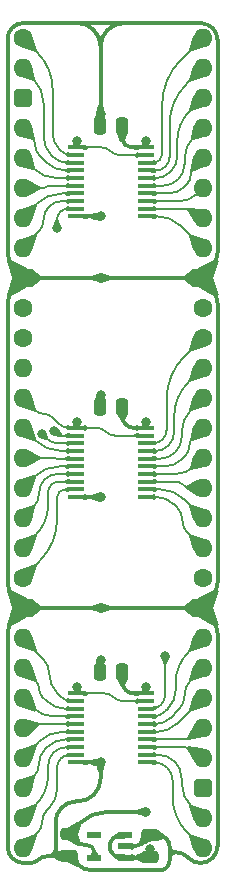
<source format=gtl>
%TF.GenerationSoftware,KiCad,Pcbnew,9.0.7-9.0.7~ubuntu24.04.1*%
%TF.CreationDate,2026-01-23T19:46:08+02:00*%
%TF.ProjectId,Main Address Buffer,4d61696e-2041-4646-9472-657373204275,V0*%
%TF.SameCoordinates,Original*%
%TF.FileFunction,Copper,L1,Top*%
%TF.FilePolarity,Positive*%
%FSLAX46Y46*%
G04 Gerber Fmt 4.6, Leading zero omitted, Abs format (unit mm)*
G04 Created by KiCad (PCBNEW 9.0.7-9.0.7~ubuntu24.04.1) date 2026-01-23 19:46:08*
%MOMM*%
%LPD*%
G01*
G04 APERTURE LIST*
G04 Aperture macros list*
%AMRoundRect*
0 Rectangle with rounded corners*
0 $1 Rounding radius*
0 $2 $3 $4 $5 $6 $7 $8 $9 X,Y pos of 4 corners*
0 Add a 4 corners polygon primitive as box body*
4,1,4,$2,$3,$4,$5,$6,$7,$8,$9,$2,$3,0*
0 Add four circle primitives for the rounded corners*
1,1,$1+$1,$2,$3*
1,1,$1+$1,$4,$5*
1,1,$1+$1,$6,$7*
1,1,$1+$1,$8,$9*
0 Add four rect primitives between the rounded corners*
20,1,$1+$1,$2,$3,$4,$5,0*
20,1,$1+$1,$4,$5,$6,$7,0*
20,1,$1+$1,$6,$7,$8,$9,0*
20,1,$1+$1,$8,$9,$2,$3,0*%
G04 Aperture macros list end*
%TA.AperFunction,SMDPad,CuDef*%
%ADD10R,1.475000X0.450000*%
%TD*%
%TA.AperFunction,SMDPad,CuDef*%
%ADD11RoundRect,0.250000X0.250000X0.475000X-0.250000X0.475000X-0.250000X-0.475000X0.250000X-0.475000X0*%
%TD*%
%TA.AperFunction,SMDPad,CuDef*%
%ADD12RoundRect,0.250000X-0.475000X0.250000X-0.475000X-0.250000X0.475000X-0.250000X0.475000X0.250000X0*%
%TD*%
%TA.AperFunction,SMDPad,CuDef*%
%ADD13RoundRect,0.250000X0.475000X-0.250000X0.475000X0.250000X-0.475000X0.250000X-0.475000X-0.250000X0*%
%TD*%
%TA.AperFunction,ComponentPad*%
%ADD14C,1.600000*%
%TD*%
%TA.AperFunction,ComponentPad*%
%ADD15O,1.600000X1.600000*%
%TD*%
%TA.AperFunction,ComponentPad*%
%ADD16RoundRect,0.400000X-0.400000X-0.400000X0.400000X-0.400000X0.400000X0.400000X-0.400000X0.400000X0*%
%TD*%
%TA.AperFunction,ComponentPad*%
%ADD17R,1.600000X1.600000*%
%TD*%
%TA.AperFunction,SMDPad,CuDef*%
%ADD18R,1.150000X0.600000*%
%TD*%
%TA.AperFunction,ViaPad*%
%ADD19C,0.800000*%
%TD*%
%TA.AperFunction,Conductor*%
%ADD20C,0.380000*%
%TD*%
%TA.AperFunction,Conductor*%
%ADD21C,0.200000*%
%TD*%
G04 APERTURE END LIST*
D10*
%TO.P,IC1,1,~{OE1}*%
%TO.N,~{OE}*%
X4555000Y-55495000D03*
%TO.P,IC1,2,A0*%
%TO.N,AM7*%
X4555000Y-56145000D03*
%TO.P,IC1,3,A1*%
%TO.N,AM6*%
X4555000Y-56795000D03*
%TO.P,IC1,4,A2*%
%TO.N,AM5*%
X4555000Y-57445000D03*
%TO.P,IC1,5,A3*%
%TO.N,AM4*%
X4555000Y-58095000D03*
%TO.P,IC1,6,A4*%
%TO.N,AM3*%
X4555000Y-58745000D03*
%TO.P,IC1,7,A5*%
%TO.N,AM2*%
X4555000Y-59395000D03*
%TO.P,IC1,8,A6*%
%TO.N,AM1*%
X4555000Y-60045000D03*
%TO.P,IC1,9,A7*%
%TO.N,AM0*%
X4555000Y-60695000D03*
%TO.P,IC1,10,GND*%
%TO.N,GND*%
X4555000Y-61345000D03*
%TO.P,IC1,11,Y7*%
%TO.N,AS0*%
X10431000Y-61345000D03*
%TO.P,IC1,12,Y6*%
%TO.N,AS1*%
X10431000Y-60695000D03*
%TO.P,IC1,13,Y5*%
%TO.N,AS2*%
X10431000Y-60045000D03*
%TO.P,IC1,14,Y4*%
%TO.N,AS3*%
X10431000Y-59395000D03*
%TO.P,IC1,15,Y3*%
%TO.N,AS4*%
X10431000Y-58745000D03*
%TO.P,IC1,16,Y2*%
%TO.N,AS5*%
X10431000Y-58095000D03*
%TO.P,IC1,17,Y1*%
%TO.N,AS6*%
X10431000Y-57445000D03*
%TO.P,IC1,18,Y0*%
%TO.N,AS7*%
X10431000Y-56795000D03*
%TO.P,IC1,19,~{OE2}*%
%TO.N,~{OE}*%
X10431000Y-56145000D03*
%TO.P,IC1,20,3V*%
%TO.N,/3.3V*%
X10431000Y-55495000D03*
%TD*%
%TO.P,IC4,1,~{OE1}*%
%TO.N,~{OE}*%
X4555000Y-33016000D03*
%TO.P,IC4,2,A0*%
%TO.N,AM15*%
X4555000Y-33666000D03*
%TO.P,IC4,3,A1*%
%TO.N,AM14*%
X4555000Y-34316000D03*
%TO.P,IC4,4,A2*%
%TO.N,AM13*%
X4555000Y-34966000D03*
%TO.P,IC4,5,A3*%
%TO.N,AM12*%
X4555000Y-35616000D03*
%TO.P,IC4,6,A4*%
%TO.N,AM11*%
X4555000Y-36266000D03*
%TO.P,IC4,7,A5*%
%TO.N,AM10*%
X4555000Y-36916000D03*
%TO.P,IC4,8,A6*%
%TO.N,AM9*%
X4555000Y-37566000D03*
%TO.P,IC4,9,A7*%
%TO.N,AM8*%
X4555000Y-38216000D03*
%TO.P,IC4,10,GND*%
%TO.N,GND*%
X4555000Y-38866000D03*
%TO.P,IC4,11,Y7*%
%TO.N,AS8*%
X10431000Y-38866000D03*
%TO.P,IC4,12,Y6*%
%TO.N,AS9*%
X10431000Y-38216000D03*
%TO.P,IC4,13,Y5*%
%TO.N,AS10*%
X10431000Y-37566000D03*
%TO.P,IC4,14,Y4*%
%TO.N,AS11*%
X10431000Y-36916000D03*
%TO.P,IC4,15,Y3*%
%TO.N,AS12*%
X10431000Y-36266000D03*
%TO.P,IC4,16,Y2*%
%TO.N,AS13*%
X10431000Y-35616000D03*
%TO.P,IC4,17,Y1*%
%TO.N,AS14*%
X10431000Y-34966000D03*
%TO.P,IC4,18,Y0*%
%TO.N,AS15*%
X10431000Y-34316000D03*
%TO.P,IC4,19,~{OE2}*%
%TO.N,~{OE}*%
X10431000Y-33666000D03*
%TO.P,IC4,20,3V*%
%TO.N,/3.3V*%
X10431000Y-33016000D03*
%TD*%
D11*
%TO.P,C3,1*%
%TO.N,/3.3V*%
X8427000Y-7493000D03*
%TO.P,C3,2*%
%TO.N,GND*%
X6527000Y-7493000D03*
%TD*%
%TO.P,C2,1*%
%TO.N,/3.3V*%
X8443000Y-31242000D03*
%TO.P,C2,2*%
%TO.N,GND*%
X6543000Y-31242000D03*
%TD*%
%TO.P,C1,1*%
%TO.N,/3.3V*%
X8443000Y-53721000D03*
%TO.P,C1,2*%
%TO.N,GND*%
X6543000Y-53721000D03*
%TD*%
D12*
%TO.P,C9,1*%
%TO.N,/3.3V*%
X3937000Y-67392000D03*
%TO.P,C9,2*%
%TO.N,GND*%
X3937000Y-69292000D03*
%TD*%
D13*
%TO.P,C8,1*%
%TO.N,5V*%
X10795000Y-69387000D03*
%TO.P,C8,2*%
%TO.N,GND*%
X10795000Y-67487000D03*
%TD*%
D10*
%TO.P,IC3,1,~{OE1}*%
%TO.N,~{OE}*%
X4555000Y-9267000D03*
%TO.P,IC3,2,A0*%
%TO.N,MT*%
X4555000Y-9917000D03*
%TO.P,IC3,3,A1*%
%TO.N,M~{RD}*%
X4555000Y-10567000D03*
%TO.P,IC3,4,A2*%
%TO.N,M~{WD}*%
X4555000Y-11217000D03*
%TO.P,IC3,5,A3*%
%TO.N,AM20*%
X4555000Y-11867000D03*
%TO.P,IC3,6,A4*%
%TO.N,AM19*%
X4555000Y-12517000D03*
%TO.P,IC3,7,A5*%
%TO.N,AM18*%
X4555000Y-13167000D03*
%TO.P,IC3,8,A6*%
%TO.N,AM17*%
X4555000Y-13817000D03*
%TO.P,IC3,9,A7*%
%TO.N,AM16*%
X4555000Y-14467000D03*
%TO.P,IC3,10,GND*%
%TO.N,GND*%
X4555000Y-15117000D03*
%TO.P,IC3,11,Y7*%
%TO.N,AS16*%
X10431000Y-15117000D03*
%TO.P,IC3,12,Y6*%
%TO.N,AS17*%
X10431000Y-14467000D03*
%TO.P,IC3,13,Y5*%
%TO.N,AS18*%
X10431000Y-13817000D03*
%TO.P,IC3,14,Y4*%
%TO.N,AS19*%
X10431000Y-13167000D03*
%TO.P,IC3,15,Y3*%
%TO.N,AS20*%
X10431000Y-12517000D03*
%TO.P,IC3,16,Y2*%
%TO.N,S~{WD}*%
X10431000Y-11867000D03*
%TO.P,IC3,17,Y1*%
%TO.N,S~{RD}*%
X10431000Y-11217000D03*
%TO.P,IC3,18,Y0*%
%TO.N,ST*%
X10431000Y-10567000D03*
%TO.P,IC3,19,~{OE2}*%
%TO.N,~{OE}*%
X10431000Y-9917000D03*
%TO.P,IC3,20,3V*%
%TO.N,/3.3V*%
X10431000Y-9267000D03*
%TD*%
D14*
%TO.P,J2,1*%
%TO.N,MT*%
X0Y0D03*
D15*
%TO.P,J2,2*%
%TO.N,M~{RD}*%
X0Y-2540000D03*
D16*
%TO.P,J2,3*%
%TO.N,5V*%
X0Y-5080000D03*
D15*
%TO.P,J2,4*%
%TO.N,M~{WD}*%
X0Y-7620000D03*
%TO.P,J2,5*%
%TO.N,AM20*%
X0Y-10160000D03*
%TO.P,J2,6*%
%TO.N,AM19*%
X0Y-12700000D03*
%TO.P,J2,7*%
%TO.N,AM18*%
X0Y-15240000D03*
%TO.P,J2,8*%
%TO.N,AM17*%
X0Y-17780000D03*
D17*
%TO.P,J2,9*%
%TO.N,GND*%
X0Y-20320000D03*
D14*
%TO.P,J2,10*%
%TO.N,AM16*%
X0Y-22860000D03*
%TO.P,J2,11*%
%TO.N,AM15*%
X0Y-25400000D03*
D15*
%TO.P,J2,12*%
%TO.N,AM14*%
X0Y-27940000D03*
%TO.P,J2,13*%
%TO.N,~{OE}*%
X0Y-30480000D03*
%TO.P,J2,14*%
%TO.N,AM13*%
X0Y-33020000D03*
%TO.P,J2,15*%
%TO.N,AM12*%
X0Y-35560000D03*
%TO.P,J2,16*%
%TO.N,AM11*%
X0Y-38100000D03*
%TO.P,J2,17*%
%TO.N,AM10*%
X0Y-40640000D03*
%TO.P,J2,18*%
%TO.N,AM9*%
X0Y-43180000D03*
D14*
%TO.P,J2,19*%
%TO.N,AM8*%
X0Y-45720000D03*
D17*
%TO.P,J2,20*%
%TO.N,GND*%
X0Y-48260000D03*
D15*
%TO.P,J2,21*%
%TO.N,AM7*%
X0Y-50800000D03*
%TO.P,J2,22*%
%TO.N,AM6*%
X0Y-53340000D03*
%TO.P,J2,23*%
%TO.N,AM5*%
X0Y-55880000D03*
%TO.P,J2,24*%
%TO.N,AM4*%
X0Y-58420000D03*
%TO.P,J2,25*%
%TO.N,AM3*%
X0Y-60960000D03*
%TO.P,J2,26*%
%TO.N,AM2*%
X0Y-63500000D03*
%TO.P,J2,27*%
%TO.N,AM1*%
X0Y-66040000D03*
%TO.P,J2,28*%
%TO.N,AM0*%
X0Y-68580000D03*
%TO.P,J2,29*%
%TO.N,AS0*%
X15240000Y-68580000D03*
%TO.P,J2,30*%
%TO.N,AS1*%
X15240000Y-66040000D03*
D16*
%TO.P,J2,31*%
%TO.N,5V*%
X15240000Y-63500000D03*
D15*
%TO.P,J2,32*%
%TO.N,AS2*%
X15240000Y-60960000D03*
%TO.P,J2,33*%
%TO.N,AS3*%
X15240000Y-58420000D03*
%TO.P,J2,34*%
%TO.N,AS4*%
X15240000Y-55880000D03*
%TO.P,J2,35*%
%TO.N,AS5*%
X15240000Y-53340000D03*
%TO.P,J2,36*%
%TO.N,AS6*%
X15240000Y-50800000D03*
D17*
%TO.P,J2,37*%
%TO.N,GND*%
X15240000Y-48260000D03*
D14*
%TO.P,J2,38*%
%TO.N,AS7*%
X15240000Y-45720000D03*
D15*
%TO.P,J2,39*%
%TO.N,AS8*%
X15240000Y-43180000D03*
%TO.P,J2,40*%
%TO.N,AS9*%
X15240000Y-40640000D03*
%TO.P,J2,41*%
%TO.N,AS10*%
X15240000Y-38100000D03*
%TO.P,J2,42*%
%TO.N,AS11*%
X15240000Y-35560000D03*
%TO.P,J2,43*%
%TO.N,AS12*%
X15240000Y-33020000D03*
%TO.P,J2,44*%
%TO.N,AS13*%
X15240000Y-30480000D03*
%TO.P,J2,45*%
%TO.N,AS14*%
X15240000Y-27940000D03*
D14*
%TO.P,J2,46*%
%TO.N,AS15*%
X15240000Y-25400000D03*
%TO.P,J2,47*%
%TO.N,unconnected-(J2-Pad47)*%
X15240000Y-22860000D03*
D17*
%TO.P,J2,48*%
%TO.N,GND*%
X15240000Y-20320000D03*
D15*
%TO.P,J2,49*%
%TO.N,AS16*%
X15240000Y-17780000D03*
%TO.P,J2,50*%
%TO.N,AS17*%
X15240000Y-15240000D03*
%TO.P,J2,51*%
%TO.N,AS18*%
X15240000Y-12700000D03*
%TO.P,J2,52*%
%TO.N,AS19*%
X15240000Y-10160000D03*
%TO.P,J2,53*%
%TO.N,AS20*%
X15240000Y-7620000D03*
%TO.P,J2,54*%
%TO.N,S~{WD}*%
X15240000Y-5080000D03*
%TO.P,J2,55*%
%TO.N,S~{RD}*%
X15240000Y-2540000D03*
%TO.P,J2,56*%
%TO.N,ST*%
X15240000Y0D03*
%TD*%
D18*
%TO.P,IC5,1,6VIn*%
%TO.N,5V*%
X8666000Y-69403000D03*
%TO.P,IC5,2,GND*%
%TO.N,GND*%
X8666000Y-68453000D03*
%TO.P,IC5,3,EN*%
%TO.N,5V*%
X8666000Y-67503000D03*
%TO.P,IC5,4,ADJ*%
%TO.N,unconnected-(IC5-ADJ-Pad4)*%
X6066000Y-67503000D03*
%TO.P,IC5,5,3.3VOut*%
%TO.N,/3.3V*%
X6066000Y-69403000D03*
%TD*%
D19*
%TO.N,AM16*%
X2921000Y-16129000D03*
%TO.N,GND*%
X6604000Y-15113000D03*
X6604000Y-61341000D03*
%TO.N,AS7*%
X12065000Y-52324000D03*
%TO.N,AM15*%
X2667000Y-33274000D03*
%TO.N,AM14*%
X1651000Y-33528000D03*
%TO.N,~{OE}*%
X4572000Y-8763000D03*
X4572000Y-54991000D03*
X4572000Y-32512000D03*
%TO.N,/3.3V*%
X10414000Y-54991000D03*
X10414000Y-65532000D03*
X10414000Y-32512000D03*
X10414000Y-8763000D03*
%TO.N,5V*%
X10795000Y-68707000D03*
%TO.N,GND*%
X6604000Y-6477000D03*
X6604000Y-38862000D03*
X6604000Y-48260000D03*
X6604000Y-30226000D03*
X6604000Y-52705000D03*
X6604000Y-20320000D03*
%TD*%
D20*
%TO.N,GND*%
X15875000Y-20955000D02*
G75*
G02*
X16509989Y-22488025I-1533000J-1533000D01*
G01*
X-634999Y-20955000D02*
G75*
G03*
X-634999Y-19685000I-634999J635000D01*
G01*
X898025Y-20320000D02*
G75*
G03*
X-634999Y-20955000I-1J-2168019D01*
G01*
X-634999Y-19685000D02*
G75*
G03*
X898025Y-20320001I1533029J1533030D01*
G01*
X16510000Y-18151974D02*
G75*
G02*
X15875001Y-19685001I-2168040J4D01*
G01*
X12153500Y-67779500D02*
G75*
G02*
X12446018Y-68485657I-706200J-706200D01*
G01*
X2037503Y-69292000D02*
G75*
G03*
X1363929Y-69570991I-3J-952600D01*
G01*
X6602000Y-15115000D02*
G75*
G02*
X6597171Y-15116988I-4800J4800D01*
G01*
X4531270Y-64643000D02*
G75*
G03*
X3299984Y-65153015I0J-1741300D01*
G01*
X-634999Y-48895000D02*
G75*
G03*
X-1270001Y-50428025I1533029J-1533030D01*
G01*
X12153500Y-67779500D02*
G75*
G03*
X11447342Y-67486982I-706200J-706200D01*
G01*
X-1270000Y-46091974D02*
G75*
G03*
X-634998Y-47624999I2168030J4D01*
G01*
X-1270000Y-68497041D02*
G75*
G03*
X-873727Y-69453727I1352972J6D01*
G01*
X-873727Y-69453727D02*
G75*
G03*
X82958Y-69850000I956686J956683D01*
G01*
X14341974Y-48260000D02*
G75*
G03*
X15875008Y-47625008I26J2168000D01*
G01*
X15875000Y-48895000D02*
G75*
G03*
X14341974Y-48260011I-1533000J-1533000D01*
G01*
X15875000Y-47625000D02*
G75*
G03*
X15875000Y-48895000I635000J-635000D01*
G01*
X4342536Y-69697536D02*
G75*
G03*
X3363484Y-69292014I-979036J-979064D01*
G01*
X10240182Y-68041817D02*
G75*
G02*
X9247500Y-68452989I-992682J992717D01*
G01*
X16082164Y842164D02*
G75*
G02*
X16509990Y-190721I-1032864J-1032864D01*
G01*
X6573500Y-52735500D02*
G75*
G03*
X6543014Y-52809133I73600J-73600D01*
G01*
X12192000Y-70231000D02*
G75*
G02*
X11578789Y-70484996I-613200J613200D01*
G01*
X16082164Y842164D02*
G75*
G03*
X15049278Y1269990I-1032864J-1032864D01*
G01*
X14062104Y-69434104D02*
G75*
G03*
X15066164Y-69850012I1004096J1004104D01*
G01*
X6032500Y-64071500D02*
G75*
G02*
X4652776Y-64643000I-1379730J1379740D01*
G01*
X-1270000Y-18151974D02*
G75*
G03*
X-634998Y-19684999I2168030J4D01*
G01*
X-634999Y-20955000D02*
G75*
G03*
X-1270001Y-22488025I1533029J-1533030D01*
G01*
X6604000Y-31137866D02*
G75*
G02*
X6573510Y-31211510I-104100J-34D01*
G01*
X82976Y1269999D02*
G75*
G03*
X-873722Y873722I0J-1352976D01*
G01*
X6602000Y-38864000D02*
G75*
G02*
X6597171Y-38865988I-4800J4800D01*
G01*
X16510000Y-68389278D02*
G75*
G02*
X16082171Y-69422171I-1460700J-22D01*
G01*
X12890500Y-68961000D02*
G75*
G03*
X12446000Y-69405500I0J-444500D01*
G01*
X12446000Y-68516500D02*
G75*
G03*
X12890500Y-68961000I444500J0D01*
G01*
X1363938Y-69571000D02*
G75*
G02*
X690372Y-69850000I-673568J673570D01*
G01*
X2216453Y-69292000D02*
G75*
G03*
X2789970Y-68718484I-3J573520D01*
G01*
X2789969Y-68718484D02*
G75*
G03*
X3363484Y-69292001I573511J-6D01*
G01*
X4561828Y-61341000D02*
G75*
G03*
X4556992Y-61342992I-28J-6800D01*
G01*
X6604000Y-7361552D02*
G75*
G02*
X6565535Y-7454535I-131500J-48D01*
G01*
X-873722Y873722D02*
G75*
G03*
X-1270001Y-82976I956702J-956702D01*
G01*
X16070224Y-69434104D02*
G75*
G02*
X15066164Y-69849961I-1004024J1004104D01*
G01*
X6604000Y-62691776D02*
G75*
G02*
X6032500Y-64071500I-1951240J6D01*
G01*
X6604000Y-729998D02*
G75*
G03*
X4604001Y1270000I-2000000J-2D01*
G01*
X8603998Y1270000D02*
G75*
G03*
X6604000Y-729998I2J-2000000D01*
G01*
X13993111Y-69365111D02*
G75*
G03*
X13017500Y-68960993I-975611J-975589D01*
G01*
X15875000Y-48895000D02*
G75*
G02*
X16509989Y-50428025I-1533000J-1533000D01*
G01*
X12446000Y-69617789D02*
G75*
G02*
X12192003Y-70231003I-867200J-11D01*
G01*
X16510000Y-46091974D02*
G75*
G02*
X15875001Y-47625001I-2168040J4D01*
G01*
X3299984Y-65153015D02*
G75*
G03*
X2789969Y-66384301I1231286J-1231285D01*
G01*
X4533500Y-69888500D02*
G75*
G03*
X5973578Y-70485001I1440080J1440080D01*
G01*
X12446000Y-69405500D02*
X12446000Y-68516500D01*
X3363484Y-69292000D02*
X2216453Y-69292000D01*
X4604001Y1269999D02*
X8603998Y1270000D01*
%TO.N,5V*%
X8300500Y-67503000D02*
G75*
G03*
X7676551Y-67761446I0J-882400D01*
G01*
X7709037Y-69153037D02*
G75*
G03*
X8312500Y-69403007I603463J603437D01*
G01*
X7626922Y-67811077D02*
G75*
G03*
X7365986Y-68441000I629878J-629923D01*
G01*
X7366000Y-68441000D02*
G75*
G03*
X7626931Y-69070913I890800J0D01*
G01*
X9663313Y-69387000D02*
G75*
G03*
X9643996Y-69394996I-13J-27300D01*
G01*
X9644000Y-69395000D02*
G75*
G02*
X9624686Y-69402994I-19300J19300D01*
G01*
%TO.N,/3.3V*%
X7112218Y-65532000D02*
G75*
G03*
X4867002Y-66462002I2J-3175210D01*
G01*
X4572600Y-68027600D02*
G75*
G03*
X5293000Y-68325999I720400J720400D01*
G01*
X10422500Y-9258500D02*
G75*
G02*
X10418979Y-9266950I-3500J-3500D01*
G01*
X10414000Y-55465979D02*
G75*
G03*
X10422494Y-55486506I29000J-21D01*
G01*
X5890500Y-68501500D02*
G75*
G03*
X5466805Y-68325998I-423700J-423700D01*
G01*
X10414000Y-32986979D02*
G75*
G03*
X10422494Y-33007506I29000J-21D01*
G01*
X8427000Y-8483437D02*
G75*
G03*
X8656497Y-9037503I783570J-3D01*
G01*
X10422500Y-55486500D02*
G75*
G02*
X10418979Y-55494950I-3500J-3500D01*
G01*
X8656500Y-9037500D02*
G75*
G03*
X9210562Y-9267016I554100J554100D01*
G01*
X5890500Y-68501500D02*
G75*
G02*
X6066002Y-68925194I-423700J-423700D01*
G01*
X10422500Y-33007500D02*
G75*
G02*
X10418979Y-33015950I-3500J-3500D01*
G01*
X8728000Y-55210000D02*
G75*
G03*
X9416050Y-55495020I688100J688100D01*
G01*
X8728000Y-32731000D02*
G75*
G03*
X9416050Y-33016020I688100J688100D01*
G01*
X8443000Y-54521949D02*
G75*
G03*
X8728000Y-55210000I973050J-1D01*
G01*
X8443000Y-32042949D02*
G75*
G03*
X8728000Y-32731000I973050J-1D01*
G01*
X10414000Y-9237979D02*
G75*
G03*
X10422494Y-9258506I29000J-21D01*
G01*
D21*
%TO.N,ST*%
X13404792Y-1835207D02*
G75*
G03*
X11811002Y-5682963I3847758J-3847753D01*
G01*
X11811000Y-9872207D02*
G75*
G02*
X11607498Y-10363498I-694800J7D01*
G01*
X11607500Y-10363500D02*
G75*
G02*
X11116207Y-10567003I-491300J491300D01*
G01*
%TO.N,MT*%
X2540000Y-8077592D02*
G75*
G03*
X3078748Y-9378252I1839400J-8D01*
G01*
X1270000Y-1269999D02*
G75*
G02*
X2540000Y-4336051I-3066058J-3066054D01*
G01*
X3286043Y-9585543D02*
G75*
G03*
X4086250Y-9917001I800207J800203D01*
G01*
%TO.N,AS11*%
X14562000Y-36238000D02*
G75*
G02*
X12925163Y-36915998I-1636840J1636850D01*
G01*
%TO.N,AM9*%
X2426000Y-37833000D02*
G75*
G03*
X2158998Y-38477595I644600J-644600D01*
G01*
X3070595Y-37566000D02*
G75*
G03*
X2426001Y-37833001I5J-911600D01*
G01*
X2159000Y-39560500D02*
G75*
G02*
X1126270Y-42053729I-3525963J3D01*
G01*
%TO.N,AS10*%
X13576000Y-37833000D02*
G75*
G03*
X14220595Y-38100002I644600J644600D01*
G01*
X13576000Y-37833000D02*
G75*
G03*
X12931404Y-37565998I-644600J-644600D01*
G01*
%TO.N,AS12*%
X14411308Y-33848691D02*
G75*
G03*
X14096994Y-34607500I758792J-758809D01*
G01*
X13489999Y-35658999D02*
G75*
G02*
X12024572Y-36265987I-1465399J1465399D01*
G01*
X14097000Y-34607500D02*
G75*
G02*
X13782688Y-35366305I-1073100J0D01*
G01*
%TO.N,AM12*%
X2822000Y-35588000D02*
G75*
G03*
X2889597Y-35616001I67600J67600D01*
G01*
X2822000Y-35588000D02*
G75*
G03*
X2754402Y-35559999I-67600J-67600D01*
G01*
%TO.N,AS8*%
X12820021Y-39490021D02*
G75*
G03*
X11313500Y-38865987I-1506521J-1506479D01*
G01*
X13076487Y-39746487D02*
G75*
G02*
X13525508Y-40830500I-1083987J-1084013D01*
G01*
X13525500Y-40830500D02*
G75*
G03*
X13974517Y-41914507I1533000J0D01*
G01*
%TO.N,AS14*%
X14033500Y-29146500D02*
G75*
G03*
X12826999Y-32059248I2912750J-2912750D01*
G01*
X12362000Y-34501000D02*
G75*
G02*
X11239390Y-34965996I-1122600J1122600D01*
G01*
X12827000Y-33378390D02*
G75*
G02*
X12362003Y-34501003I-1587600J-10D01*
G01*
%TO.N,AS13*%
X12926000Y-35080000D02*
G75*
G02*
X11631981Y-35615992I-1294000J1294000D01*
G01*
X14270223Y-31449776D02*
G75*
G03*
X13461986Y-33401000I1951177J-1951224D01*
G01*
X13462000Y-33785981D02*
G75*
G02*
X12926000Y-35080000I-1830020J1D01*
G01*
%TO.N,AM10*%
X1397000Y-38544500D02*
G75*
G02*
X903085Y-39736914I-1686338J5D01*
G01*
X1862000Y-37381000D02*
G75*
G03*
X1397004Y-38503609I1122600J-1122600D01*
G01*
X2984609Y-36916000D02*
G75*
G03*
X1861997Y-37380997I-9J-1587600D01*
G01*
%TO.N,AM8*%
X3590185Y-38216000D02*
G75*
G03*
X3117004Y-38412004I15J-669200D01*
G01*
X3117000Y-38412000D02*
G75*
G03*
X2920994Y-38885185I473200J-473200D01*
G01*
X2921000Y-40733541D02*
G75*
G02*
X1460500Y-44259500I-4986465J2D01*
G01*
%TO.N,AS7*%
X12065000Y-55606000D02*
G75*
G02*
X11716750Y-56446750I-1189000J0D01*
G01*
X11699956Y-56463543D02*
G75*
G02*
X10899750Y-56795024I-800256J800243D01*
G01*
%TO.N,AM13*%
X1023579Y-34043579D02*
G75*
G03*
X3250500Y-34965998I2226921J2226929D01*
G01*
%TO.N,AS9*%
X13659224Y-39059224D02*
G75*
G03*
X11623500Y-38215985I-2035724J-2035676D01*
G01*
%TO.N,AM11*%
X3130833Y-36266000D02*
G75*
G03*
X916998Y-37182999I-3J-3130830D01*
G01*
%TO.N,AM7*%
X1675236Y-52475236D02*
G75*
G02*
X2285999Y-53949750I-1474516J-1474514D01*
G01*
X2286000Y-53949750D02*
G75*
G03*
X2896762Y-55424264I2085280J0D01*
G01*
X3286043Y-55813543D02*
G75*
G03*
X4086250Y-56145001I800207J800203D01*
G01*
%TO.N,AM14*%
X2045000Y-33922000D02*
G75*
G03*
X2996200Y-34316000I951200J951200D01*
G01*
%TO.N,AS16*%
X13335725Y-15875725D02*
G75*
G03*
X11504000Y-15117000I-1831725J-1831725D01*
G01*
%TO.N,S~{RD}*%
X13843000Y-3937000D02*
G75*
G03*
X12446003Y-7309656I3372650J-3372650D01*
G01*
X12446000Y-10062995D02*
G75*
G02*
X12108001Y-10879001I-1154000J-5D01*
G01*
X12108000Y-10879000D02*
G75*
G02*
X11291995Y-11216998I-816000J816000D01*
G01*
%TO.N,AM18*%
X3314000Y-13167000D02*
G75*
G03*
X1195489Y-14044528I0J-2996000D01*
G01*
%TO.N,AS18*%
X14681500Y-13258500D02*
G75*
G02*
X13333161Y-13816955I-1348300J1348400D01*
G01*
%TO.N,S~{WD}*%
X12545000Y-11331000D02*
G75*
G02*
X11250981Y-11866992I-1294000J1294000D01*
G01*
X14160500Y-6159500D02*
G75*
G03*
X13081018Y-8765643I2606100J-2606100D01*
G01*
X13081000Y-10036981D02*
G75*
G02*
X12545000Y-11331000I-1830020J1D01*
G01*
%TO.N,M~{RD}*%
X2550387Y-10043387D02*
G75*
G03*
X3814500Y-10566999I1264113J1264117D01*
G01*
X889000Y-3429000D02*
G75*
G02*
X1778000Y-5575235I-2146239J-2146237D01*
G01*
X1778000Y-8354589D02*
G75*
G03*
X2426002Y-9918998I2212400J-1D01*
G01*
%TO.N,AM19*%
X2217400Y-12517000D02*
G75*
G03*
X1996500Y-12608500I0J-312400D01*
G01*
X1996500Y-12608500D02*
G75*
G02*
X1775599Y-12700000I-220900J220900D01*
G01*
%TO.N,AM17*%
X3340002Y-13817000D02*
G75*
G03*
X2235499Y-14274499I-2J-1562000D01*
G01*
X2227012Y-14282987D02*
G75*
G03*
X1777992Y-15367000I1083988J-1084013D01*
G01*
X1778000Y-15367000D02*
G75*
G02*
X1328988Y-16451013I-1533030J0D01*
G01*
%TO.N,M~{WD}*%
X1079500Y-9144000D02*
G75*
G03*
X1393808Y-9902808I1073106J-5D01*
G01*
X2054986Y-10563986D02*
G75*
G03*
X3631500Y-11216999I1576514J1576516D01*
G01*
X765191Y-8385191D02*
G75*
G02*
X1079499Y-9144000I-758811J-758809D01*
G01*
%TO.N,AM20*%
X853500Y-11013500D02*
G75*
G03*
X2914031Y-11866999I2060530J2060530D01*
G01*
%TO.N,AS20*%
X14478000Y-8382000D02*
G75*
G03*
X13716013Y-10221630I1839600J-1839600D01*
G01*
X13172500Y-11973500D02*
G75*
G02*
X11860374Y-12516990I-1312100J1312100D01*
G01*
X13716000Y-10661374D02*
G75*
G02*
X13172501Y-11973501I-1855640J4D01*
G01*
%TO.N,AS15*%
X11861500Y-33985500D02*
G75*
G02*
X11063602Y-34316001I-797900J797900D01*
G01*
X13716000Y-26924000D02*
G75*
G03*
X12191998Y-30603261I3679250J-3679260D01*
G01*
X12192000Y-33187602D02*
G75*
G02*
X11861499Y-33985499I-1128400J2D01*
G01*
%TO.N,AM16*%
X3806988Y-14467000D02*
G75*
G03*
X3180503Y-14726503I12J-886000D01*
G01*
X3180500Y-14726500D02*
G75*
G03*
X2920995Y-15352988I626500J-626500D01*
G01*
%TO.N,AS17*%
X14853500Y-14853500D02*
G75*
G03*
X13920406Y-14466997I-933100J-933100D01*
G01*
%TO.N,AM15*%
X2863000Y-33470000D02*
G75*
G03*
X3336185Y-33666006I473200J473200D01*
G01*
%TO.N,AS19*%
X14538308Y-10861691D02*
G75*
G03*
X14223994Y-11620500I758792J-758809D01*
G01*
X13672999Y-12615999D02*
G75*
G02*
X12342768Y-13166985I-1330199J1330199D01*
G01*
X14224000Y-11620500D02*
G75*
G02*
X13909688Y-12379305I-1073100J0D01*
G01*
%TO.N,AS6*%
X14031630Y-52008369D02*
G75*
G03*
X12954011Y-54610000I2601670J-2601631D01*
G01*
X12071506Y-57016493D02*
G75*
G02*
X11037000Y-57445003I-1034506J1034493D01*
G01*
X12954000Y-55206983D02*
G75*
G02*
X12298499Y-56789499I-2238020J3D01*
G01*
%TO.N,AM1*%
X2616500Y-60502500D02*
G75*
G03*
X2159001Y-61607002I1104500J-1104500D01*
G01*
X3721002Y-60045000D02*
G75*
G03*
X2616499Y-60502499I-2J-1562000D01*
G01*
X2159000Y-62420500D02*
G75*
G02*
X1126270Y-64913729I-3525963J3D01*
G01*
%TO.N,AS4*%
X13062307Y-58057692D02*
G75*
G02*
X11403000Y-58745004I-1659307J1659292D01*
G01*
%TO.N,AM5*%
X782500Y-56662500D02*
G75*
G03*
X2671622Y-57445003I1889130J1889130D01*
G01*
%TO.N,AS0*%
X12257500Y-61787500D02*
G75*
G02*
X12700004Y-62855789I-1068300J-1068300D01*
G01*
X12700000Y-64243948D02*
G75*
G03*
X13970000Y-67310000I4336050J-2D01*
G01*
X12257500Y-61787500D02*
G75*
G03*
X11189210Y-61344996I-1068300J-1068300D01*
G01*
%TO.N,AS1*%
X12885000Y-61272000D02*
G75*
G03*
X11491998Y-60695001I-1393000J-1393000D01*
G01*
X13462000Y-63055500D02*
G75*
G03*
X14315134Y-65115114I2912700J0D01*
G01*
X12885000Y-61272000D02*
G75*
G02*
X13461999Y-62665001I-1393000J-1393000D01*
G01*
%TO.N,AM6*%
X1127592Y-54467592D02*
G75*
G02*
X1397005Y-55118000I-650392J-650408D01*
G01*
X1397000Y-55118000D02*
G75*
G03*
X1666410Y-55768404I919800J0D01*
G01*
X2045000Y-56147000D02*
G75*
G03*
X3609410Y-56795000I1564410J1564410D01*
G01*
%TO.N,AS3*%
X14752500Y-58907500D02*
G75*
G02*
X13575570Y-59394988I-1176900J1176900D01*
G01*
%TO.N,AM2*%
X1397000Y-61404500D02*
G75*
G02*
X903085Y-62596914I-1686338J5D01*
G01*
X3631500Y-59395000D02*
G75*
G03*
X2054992Y-60048018I0J-2229500D01*
G01*
X1890914Y-60212085D02*
G75*
G03*
X1397000Y-61404500I1192416J-1192415D01*
G01*
%TO.N,AS5*%
X14254815Y-54325184D02*
G75*
G03*
X13715990Y-55626000I1300785J-1300816D01*
G01*
X12566907Y-57537092D02*
G75*
G02*
X11220000Y-58095004I-1346907J1346892D01*
G01*
X13716000Y-55626000D02*
G75*
G02*
X13177178Y-56926809I-1839600J0D01*
G01*
%TO.N,AM3*%
X3385000Y-58745000D02*
G75*
G03*
X1387692Y-59572321I0J-2824600D01*
G01*
%TO.N,~{OE}*%
X7052000Y-33341000D02*
G75*
G03*
X6267380Y-33016008I-784600J-784600D01*
G01*
X4572000Y-9237979D02*
G75*
G02*
X4563506Y-9258506I-29000J-21D01*
G01*
X4563500Y-9258500D02*
G75*
G03*
X4567020Y-9266950I3500J-3500D01*
G01*
X7052000Y-33341000D02*
G75*
G03*
X7836619Y-33665992I784600J784600D01*
G01*
X7433000Y-9592000D02*
G75*
G03*
X8217619Y-9916992I784600J784600D01*
G01*
X7687000Y-55820000D02*
G75*
G03*
X6902380Y-55495008I-784600J-784600D01*
G01*
X7433000Y-9592000D02*
G75*
G03*
X6648380Y-9267008I-784600J-784600D01*
G01*
X4572000Y-32986979D02*
G75*
G02*
X4563506Y-33007506I-29000J-21D01*
G01*
X3013641Y-32613391D02*
G75*
G03*
X3985625Y-33016001I971989J971991D01*
G01*
X4542979Y-33016000D02*
G75*
G03*
X4563506Y-33007506I21J29000D01*
G01*
X4563500Y-33007500D02*
G75*
G03*
X4567020Y-33015950I3500J-3500D01*
G01*
X2529340Y-32129090D02*
G75*
G03*
X1778000Y-31817875I-751340J-751340D01*
G01*
X4563500Y-54999500D02*
G75*
G03*
X4555009Y-55020020I20500J-20500D01*
G01*
X7687000Y-55820000D02*
G75*
G03*
X8471619Y-56144992I784600J784600D01*
G01*
X1026659Y-31506659D02*
G75*
G03*
X1778000Y-31817869I751341J751359D01*
G01*
X4567020Y-33016000D02*
X4542979Y-33016000D01*
%TO.N,AM0*%
X3978125Y-60695000D02*
G75*
G03*
X3230617Y-61004617I-25J-1057100D01*
G01*
X2055111Y-65381888D02*
G75*
G03*
X1650993Y-66357500I975589J-975612D01*
G01*
X3230625Y-61004625D02*
G75*
G03*
X2921011Y-61752125I747475J-747475D01*
G01*
X2921000Y-63617974D02*
G75*
G02*
X2286001Y-65151001I-2168040J4D01*
G01*
X1651000Y-66357500D02*
G75*
G02*
X1246888Y-67333111I-1379728J3D01*
G01*
%TO.N,AM4*%
X554809Y-58095000D02*
G75*
G03*
X162502Y-58257502I1J-554800D01*
G01*
%TO.N,AS2*%
X14782500Y-60502500D02*
G75*
G03*
X13677997Y-60045001I-1104500J-1104500D01*
G01*
D20*
%TO.N,GND*%
X2789969Y-68718484D02*
X2789969Y-66384301D01*
X6604000Y-61341000D02*
X6604000Y-62691776D01*
X4531270Y-64643000D02*
X4652776Y-64643000D01*
X2037503Y-69292000D02*
X2216453Y-69292000D01*
X82958Y-69850000D02*
X690372Y-69850000D01*
X-1270000Y-50428025D02*
X-1270000Y-68497041D01*
X-634999Y-48895000D02*
X0Y-48260000D01*
X12890500Y-68961000D02*
X13017500Y-68961000D01*
X14062104Y-69434104D02*
X13993111Y-69365111D01*
X16082164Y-69422164D02*
X16070224Y-69434104D01*
X16510000Y-68389278D02*
X16510000Y-50428025D01*
D21*
%TO.N,AM0*%
X1246888Y-67333111D02*
X0Y-68580000D01*
X2055111Y-65381888D02*
X2286000Y-65151000D01*
X2921000Y-61752125D02*
X2921000Y-63617974D01*
X3978125Y-60695000D02*
X4555000Y-60695000D01*
D20*
%TO.N,GND*%
X82976Y1269999D02*
X4604001Y1269999D01*
X6604000Y-6477000D02*
X6604000Y-729998D01*
D21*
%TO.N,M~{RD}*%
X3814500Y-10567000D02*
X4555000Y-10567000D01*
X2550387Y-10043387D02*
X2426000Y-9919000D01*
X1778000Y-5575235D02*
X1778000Y-8354589D01*
X889000Y-3429000D02*
X0Y-2540000D01*
%TO.N,MT*%
X4086250Y-9917000D02*
X4555000Y-9917000D01*
X3078750Y-9378250D02*
X3286043Y-9585543D01*
X2540000Y-8077592D02*
X2540000Y-4336051D01*
X1270000Y-1269999D02*
X0Y0D01*
%TO.N,M~{WD}*%
X765191Y-8385191D02*
X0Y-7620000D01*
X1393808Y-9902808D02*
X2054986Y-10563986D01*
X3631500Y-11217000D02*
X4555000Y-11217000D01*
%TO.N,S~{WD}*%
X11250981Y-11867000D02*
X10431000Y-11867000D01*
X13081000Y-8765643D02*
X13081000Y-10036981D01*
X14160500Y-6159500D02*
X15240000Y-5080000D01*
%TO.N,S~{RD}*%
X11291995Y-11217000D02*
X10431000Y-11217000D01*
X13843000Y-3937000D02*
X15240000Y-2540000D01*
X12446000Y-7309656D02*
X12446000Y-10062995D01*
%TO.N,AS20*%
X11860374Y-12517000D02*
X10431000Y-12517000D01*
X13716000Y-10221630D02*
X13716000Y-10661374D01*
X14478000Y-8382000D02*
X15240000Y-7620000D01*
%TO.N,AS19*%
X12342768Y-13167000D02*
X10431000Y-13167000D01*
X13672999Y-12615999D02*
X13909691Y-12379308D01*
X14538308Y-10861691D02*
X15240000Y-10160000D01*
%TO.N,ST*%
X11116207Y-10567000D02*
X10431000Y-10567000D01*
X11811000Y-5682963D02*
X11811000Y-9872207D01*
X13404792Y-1835207D02*
X15240000Y0D01*
%TO.N,AS18*%
X13333161Y-13817000D02*
X10431000Y-13817000D01*
X14681500Y-13258500D02*
X15240000Y-12700000D01*
%TO.N,AS17*%
X13920406Y-14467000D02*
X10431000Y-14467000D01*
X14853500Y-14853500D02*
X15240000Y-15240000D01*
%TO.N,AS16*%
X11504000Y-15117000D02*
X10431000Y-15117000D01*
X13335725Y-15875725D02*
X15240000Y-17780000D01*
%TO.N,AM17*%
X1328987Y-16451012D02*
X0Y-17780000D01*
X2235499Y-14274499D02*
X2227012Y-14282987D01*
X3340002Y-13817000D02*
X4555000Y-13817000D01*
%TO.N,AM16*%
X3806988Y-14467000D02*
X4555000Y-14467000D01*
X2921000Y-16129000D02*
X2921000Y-15352988D01*
%TO.N,AM18*%
X1195480Y-14044519D02*
X0Y-15240000D01*
X3314000Y-13167000D02*
X4555000Y-13167000D01*
%TO.N,AM19*%
X2217400Y-12517000D02*
X4555000Y-12517000D01*
X1775599Y-12700000D02*
X0Y-12700000D01*
%TO.N,AM20*%
X853500Y-11013500D02*
X0Y-10160000D01*
X2914031Y-11867000D02*
X4555000Y-11867000D01*
D20*
%TO.N,GND*%
X6597171Y-15117000D02*
X4555000Y-15117000D01*
X6602000Y-15115000D02*
X6604000Y-15113000D01*
D21*
%TO.N,AS15*%
X11063602Y-34316000D02*
X10431000Y-34316000D01*
X12192000Y-30603261D02*
X12192000Y-33187602D01*
X13716000Y-26924000D02*
X15240000Y-25400000D01*
%TO.N,AS14*%
X11239390Y-34966000D02*
X10431000Y-34966000D01*
X12827000Y-32059248D02*
X12827000Y-33378390D01*
X14033500Y-29146500D02*
X15240000Y-27940000D01*
%TO.N,AS13*%
X11631981Y-35616000D02*
X10431000Y-35616000D01*
X13462000Y-33401000D02*
X13462000Y-33785981D01*
X14270223Y-31449776D02*
X15240000Y-30480000D01*
%TO.N,AS12*%
X12024572Y-36266000D02*
X10431000Y-36266000D01*
X13489999Y-35658999D02*
X13782691Y-35366308D01*
X14411308Y-33848691D02*
X15240000Y-33020000D01*
%TO.N,AS11*%
X12925163Y-36916000D02*
X10431000Y-36916000D01*
X14562000Y-36238000D02*
X15240000Y-35560000D01*
%TO.N,AS10*%
X12931404Y-37566000D02*
X10431000Y-37566000D01*
X14220595Y-38100000D02*
X15240000Y-38100000D01*
%TO.N,AS8*%
X13974512Y-41914512D02*
X15240000Y-43180000D01*
X11313500Y-38866000D02*
X10431000Y-38866000D01*
X12820021Y-39490021D02*
X13076487Y-39746487D01*
%TO.N,AS9*%
X11623500Y-38216000D02*
X10431000Y-38216000D01*
X13659224Y-39059224D02*
X15240000Y-40640000D01*
D20*
%TO.N,GND*%
X4557000Y-61343000D02*
X4555000Y-61345000D01*
X6604000Y-61341000D02*
X4561828Y-61341000D01*
D21*
%TO.N,AS0*%
X11189210Y-61345000D02*
X10431000Y-61345000D01*
X12700000Y-62855789D02*
X12700000Y-64243948D01*
X13970000Y-67310000D02*
X15240000Y-68580000D01*
%TO.N,AS1*%
X14315124Y-65115124D02*
X15240000Y-66040000D01*
X13462000Y-63055500D02*
X13462000Y-62665001D01*
X11491998Y-60695000D02*
X10431000Y-60695000D01*
%TO.N,AS5*%
X11220000Y-58095000D02*
X10431000Y-58095000D01*
X12566907Y-57537092D02*
X13177184Y-56926815D01*
X14254815Y-54325184D02*
X15240000Y-53340000D01*
%TO.N,AS7*%
X11716749Y-56446749D02*
X11699956Y-56463543D01*
X10899750Y-56795000D02*
X10431000Y-56795000D01*
X12065000Y-55606000D02*
X12065000Y-52324000D01*
%TO.N,~{OE}*%
X8471619Y-56145000D02*
X10431000Y-56145000D01*
X4555000Y-55495000D02*
X6902380Y-55495000D01*
%TO.N,AS6*%
X11037000Y-57445000D02*
X10431000Y-57445000D01*
X12071506Y-57016493D02*
X12298500Y-56789500D01*
X14031630Y-52008369D02*
X15240000Y-50800000D01*
X12954000Y-54610000D02*
X12954000Y-55206983D01*
%TO.N,AS4*%
X11403000Y-58745000D02*
X10431000Y-58745000D01*
X13062307Y-58057692D02*
X15240000Y-55880000D01*
%TO.N,AM15*%
X3336185Y-33666000D02*
X4555000Y-33666000D01*
X2667000Y-33274000D02*
X2863000Y-33470000D01*
%TO.N,~{OE}*%
X1026659Y-31506659D02*
X0Y-30480000D01*
X3013641Y-32613391D02*
X2529340Y-32129090D01*
X3985625Y-33016000D02*
X4542979Y-33016000D01*
%TO.N,AM14*%
X2996200Y-34316000D02*
X4555000Y-34316000D01*
X1651000Y-33528000D02*
X2045000Y-33922000D01*
%TO.N,AM12*%
X2754402Y-35560000D02*
X0Y-35560000D01*
X2889597Y-35616000D02*
X4555000Y-35616000D01*
%TO.N,AM9*%
X1126270Y-42053729D02*
X0Y-43180000D01*
X3070595Y-37566000D02*
X4555000Y-37566000D01*
X2159000Y-38477595D02*
X2159000Y-39560500D01*
%TO.N,AM8*%
X1460500Y-44259500D02*
X0Y-45720000D01*
X2921000Y-38885185D02*
X2921000Y-40733541D01*
X3590185Y-38216000D02*
X4555000Y-38216000D01*
%TO.N,AM10*%
X903085Y-39736914D02*
X0Y-40640000D01*
X1397000Y-38544500D02*
X1397000Y-38503609D01*
X2984609Y-36916000D02*
X4555000Y-36916000D01*
%TO.N,AM11*%
X916999Y-37183000D02*
X0Y-38100000D01*
X3130833Y-36266000D02*
X4555000Y-36266000D01*
%TO.N,~{OE}*%
X6267380Y-33016000D02*
X4567020Y-33016000D01*
X7836619Y-33666000D02*
X10431000Y-33666000D01*
X4567020Y-9267000D02*
X6648380Y-9267000D01*
X8217619Y-9917000D02*
X10431000Y-9917000D01*
X4572000Y-9237979D02*
X4572000Y-8763000D01*
X4555000Y-55495000D02*
X4555000Y-55020020D01*
X4572000Y-54991000D02*
X4563500Y-54999500D01*
X4572000Y-32512000D02*
X4572000Y-32986979D01*
%TO.N,AM7*%
X4086250Y-56145000D02*
X4555000Y-56145000D01*
X2896763Y-55424263D02*
X3286043Y-55813543D01*
X1675236Y-52475236D02*
X0Y-50800000D01*
%TO.N,AM6*%
X1127592Y-54467592D02*
X0Y-53340000D01*
X3609410Y-56795000D02*
X4555000Y-56795000D01*
X1666407Y-55768407D02*
X2045000Y-56147000D01*
%TO.N,AM2*%
X903085Y-62596914D02*
X0Y-63500000D01*
X3631500Y-59395000D02*
X4555000Y-59395000D01*
X2054986Y-60048012D02*
X1890914Y-60212085D01*
%TO.N,AM1*%
X1126270Y-64913729D02*
X0Y-66040000D01*
X2159000Y-61607002D02*
X2159000Y-62420500D01*
X3721002Y-60045000D02*
X4555000Y-60045000D01*
%TO.N,AM5*%
X2671622Y-57445000D02*
X4555000Y-57445000D01*
X782500Y-56662500D02*
X0Y-55880000D01*
%TO.N,AM4*%
X554809Y-58095000D02*
X4555000Y-58095000D01*
X162500Y-58257500D02*
X0Y-58420000D01*
%TO.N,AM3*%
X1387685Y-59572314D02*
X0Y-60960000D01*
X3385000Y-58745000D02*
X4555000Y-58745000D01*
D20*
%TO.N,/3.3V*%
X10414000Y-32512000D02*
X10414000Y-32986979D01*
X6066000Y-68925194D02*
X6066000Y-69403000D01*
X10414000Y-55465979D02*
X10414000Y-54991000D01*
X4867000Y-66462000D02*
X3937000Y-67392000D01*
X4572600Y-68027600D02*
X3937000Y-67392000D01*
X10414000Y-8763000D02*
X10414000Y-9237979D01*
X8443000Y-54521949D02*
X8443000Y-53721000D01*
X8443000Y-32042949D02*
X8443000Y-31242000D01*
X10418979Y-55495000D02*
X9416050Y-55495000D01*
X8427000Y-8483437D02*
X8427000Y-7493000D01*
X10418979Y-33016000D02*
X9416050Y-33016000D01*
X7112218Y-65532000D02*
X10414000Y-65532000D01*
X10418979Y-9267000D02*
X9210562Y-9267000D01*
X5293000Y-68326000D02*
X5466805Y-68326000D01*
D21*
%TO.N,AS2*%
X13677997Y-60045000D02*
X10431000Y-60045000D01*
X14782500Y-60502500D02*
X15240000Y-60960000D01*
%TO.N,AS3*%
X13575570Y-59395000D02*
X10431000Y-59395000D01*
X14752500Y-58907500D02*
X15240000Y-58420000D01*
D20*
%TO.N,5V*%
X8312500Y-69403000D02*
X8666000Y-69403000D01*
X7676552Y-67761447D02*
X7626922Y-67811077D01*
X8300500Y-67503000D02*
X8666000Y-67503000D01*
X10795000Y-69387000D02*
X9663313Y-69387000D01*
X7709037Y-69153037D02*
X7626922Y-69070922D01*
X10795000Y-69387000D02*
X10795000Y-68707000D01*
X9624686Y-69403000D02*
X8666000Y-69403000D01*
%TO.N,GND*%
X4342536Y-69697536D02*
X4533500Y-69888500D01*
X16510000Y-22488025D02*
X16510000Y-46091974D01*
X898025Y-20320000D02*
X6604000Y-20320000D01*
X11578789Y-70485000D02*
X5973578Y-70485000D01*
X6597171Y-38866000D02*
X4555000Y-38866000D01*
X6573500Y-31211500D02*
X6543000Y-31242000D01*
X-1270000Y-46091974D02*
X-1270000Y-22488025D01*
X6543000Y-52809133D02*
X6543000Y-53721000D01*
X-1270000Y-18151974D02*
X-1270000Y-82976D01*
X6604000Y-6477000D02*
X6604000Y-7361552D01*
X16510000Y-18151974D02*
X16510000Y-190721D01*
X6604000Y-31137866D02*
X6604000Y-30226000D01*
X14341974Y-48260000D02*
X6604000Y-48260000D01*
X10795000Y-67487000D02*
X10240182Y-68041817D01*
X6602000Y-38864000D02*
X6604000Y-38862000D01*
X12446000Y-69405500D02*
X12446000Y-69617789D01*
X9247500Y-68453000D02*
X8666000Y-68453000D01*
X6565500Y-7454500D02*
X6527000Y-7493000D01*
X15875000Y-19685000D02*
X15240000Y-20320000D01*
X15875000Y-20955000D02*
X15240000Y-20320000D01*
X11447342Y-67487000D02*
X10795000Y-67487000D01*
X12446000Y-68485657D02*
X12446000Y-68516500D01*
X6573500Y-52735500D02*
X6604000Y-52705000D01*
X0Y-48260000D02*
X6604000Y-48260000D01*
X6604000Y-20320000D02*
X15240000Y-20320000D01*
X-634999Y-47625000D02*
X0Y-48260000D01*
X15049278Y1270000D02*
X8603998Y1270000D01*
D21*
%TO.N,AM13*%
X3250500Y-34966000D02*
X4555000Y-34966000D01*
X1023579Y-34043579D02*
X0Y-33020000D01*
%TD*%
%TA.AperFunction,Conductor*%
%TO.N,GND*%
G36*
X16037623Y-20049750D02*
G01*
X16043543Y-20056469D01*
X16043623Y-20056708D01*
X16585518Y-21760301D01*
X16584760Y-21769224D01*
X16577915Y-21774998D01*
X16577396Y-21775149D01*
X16226708Y-21869112D01*
X16218071Y-21868079D01*
X15863092Y-21674150D01*
X14858547Y-21125357D01*
X14852930Y-21118384D01*
X14853642Y-21109958D01*
X15237612Y-20323397D01*
X15244317Y-20317469D01*
X16028688Y-20049185D01*
X16037623Y-20049750D01*
G37*
%TD.AperFunction*%
%TD*%
%TA.AperFunction,Conductor*%
%TO.N,GND*%
G36*
X808128Y-19526198D02*
G01*
X1595384Y-20126488D01*
X1599885Y-20134229D01*
X1599990Y-20135791D01*
X1599990Y-20504208D01*
X1596563Y-20512481D01*
X1595384Y-20513512D01*
X808128Y-21113801D01*
X799472Y-21116092D01*
X792766Y-21112775D01*
X192754Y-20513512D01*
X7287Y-20328277D01*
X3856Y-20320007D01*
X7278Y-20311732D01*
X7288Y-20311722D01*
X185003Y-20134229D01*
X792767Y-19527223D01*
X801041Y-19523802D01*
X808128Y-19526198D01*
G37*
%TD.AperFunction*%
%TD*%
%TA.AperFunction,Conductor*%
%TO.N,GND*%
G36*
X808128Y-19526198D02*
G01*
X1595383Y-20126488D01*
X1599884Y-20134229D01*
X1599989Y-20135791D01*
X1599989Y-20504208D01*
X1596562Y-20512481D01*
X1595383Y-20513512D01*
X808128Y-21113801D01*
X799472Y-21116092D01*
X792766Y-21112775D01*
X192754Y-20513512D01*
X7287Y-20328277D01*
X3856Y-20320007D01*
X7278Y-20311732D01*
X7288Y-20311722D01*
X185003Y-20134229D01*
X792767Y-19527223D01*
X801041Y-19523802D01*
X808128Y-19526198D01*
G37*
%TD.AperFunction*%
%TD*%
%TA.AperFunction,Conductor*%
%TO.N,GND*%
G36*
X16577285Y-18864863D02*
G01*
X16584388Y-18870314D01*
X16585557Y-18879192D01*
X16585406Y-18879710D01*
X16043623Y-20583269D01*
X16037850Y-20590114D01*
X16028927Y-20590873D01*
X16028687Y-20590793D01*
X15244339Y-20322537D01*
X15237620Y-20316618D01*
X15237611Y-20316600D01*
X14853620Y-19530040D01*
X14853071Y-19521105D01*
X14858524Y-19514643D01*
X16217961Y-18771929D01*
X16226594Y-18770897D01*
X16577285Y-18864863D01*
G37*
%TD.AperFunction*%
%TD*%
%TA.AperFunction,Conductor*%
%TO.N,GND*%
G36*
X-788711Y-47989195D02*
G01*
X-4337Y-48257463D01*
X2379Y-48263380D01*
X386377Y-49049956D01*
X386927Y-49058894D01*
X381473Y-49065357D01*
X-479888Y-49535952D01*
X-977960Y-49808068D01*
X-986597Y-49809101D01*
X-1337285Y-49715135D01*
X-1344389Y-49709684D01*
X-1345558Y-49700806D01*
X-1345407Y-49700288D01*
X-803623Y-47996728D01*
X-797850Y-47989883D01*
X-788927Y-47989124D01*
X-788711Y-47989195D01*
G37*
%TD.AperFunction*%
%TD*%
%TA.AperFunction,Conductor*%
%TO.N,GND*%
G36*
X11460799Y-67075925D02*
G01*
X12085485Y-67484938D01*
X12090529Y-67492336D01*
X12088864Y-67501135D01*
X12088804Y-67501226D01*
X11886551Y-67803913D01*
X11880284Y-67808589D01*
X11371779Y-67966077D01*
X11362863Y-67965251D01*
X11360779Y-67963848D01*
X10806429Y-67496775D01*
X10802310Y-67488824D01*
X10805021Y-67480289D01*
X10807741Y-67477923D01*
X11448169Y-67075803D01*
X11456997Y-67074307D01*
X11460799Y-67075925D01*
G37*
%TD.AperFunction*%
%TD*%
%TA.AperFunction,Conductor*%
%TO.N,GND*%
G36*
X-977961Y-46711930D02*
G01*
X381473Y-47454642D01*
X387090Y-47461616D01*
X386377Y-47470043D01*
X2389Y-48256600D01*
X-4319Y-48262530D01*
X-4330Y-48262534D01*
X-4339Y-48262537D01*
X-788687Y-48530794D01*
X-797624Y-48530229D01*
X-803543Y-48523510D01*
X-803623Y-48523270D01*
X-1345406Y-46819711D01*
X-1344647Y-46810788D01*
X-1337802Y-46805015D01*
X-1337308Y-46804871D01*
X-986594Y-46710898D01*
X-977961Y-46711930D01*
G37*
%TD.AperFunction*%
%TD*%
%TA.AperFunction,Conductor*%
%TO.N,GND*%
G36*
X14447233Y-47467224D02*
G01*
X15232711Y-48251722D01*
X15236143Y-48259993D01*
X15232721Y-48268268D01*
X15232711Y-48268278D01*
X14447233Y-49052775D01*
X14438958Y-49056197D01*
X14431871Y-49053801D01*
X13644616Y-48453512D01*
X13640115Y-48445770D01*
X13640010Y-48444208D01*
X13640010Y-48075791D01*
X13643437Y-48067518D01*
X13644608Y-48066493D01*
X14431871Y-47466197D01*
X14440527Y-47463907D01*
X14447233Y-47467224D01*
G37*
%TD.AperFunction*%
%TD*%
%TA.AperFunction,Conductor*%
%TO.N,GND*%
G36*
X14447233Y-47467224D02*
G01*
X15232711Y-48251722D01*
X15236143Y-48259993D01*
X15232721Y-48268268D01*
X15232711Y-48268278D01*
X14447233Y-49052775D01*
X14438958Y-49056197D01*
X14431871Y-49053801D01*
X13644616Y-48453512D01*
X13640115Y-48445770D01*
X13640010Y-48444208D01*
X13640010Y-48075791D01*
X13643437Y-48067518D01*
X13644608Y-48066493D01*
X14431871Y-47466197D01*
X14440527Y-47463907D01*
X14447233Y-47467224D01*
G37*
%TD.AperFunction*%
%TD*%
%TA.AperFunction,Conductor*%
%TO.N,GND*%
G36*
X-977961Y-18771930D02*
G01*
X381473Y-19514642D01*
X387090Y-19521616D01*
X386377Y-19530043D01*
X2389Y-20316600D01*
X-4319Y-20322530D01*
X-4330Y-20322534D01*
X-4339Y-20322537D01*
X-788687Y-20590794D01*
X-797624Y-20590229D01*
X-803543Y-20583510D01*
X-803623Y-20583270D01*
X-1345406Y-18879711D01*
X-1344647Y-18870788D01*
X-1337802Y-18865015D01*
X-1337308Y-18864871D01*
X-986594Y-18770898D01*
X-977961Y-18771930D01*
G37*
%TD.AperFunction*%
%TD*%
%TA.AperFunction,Conductor*%
%TO.N,GND*%
G36*
X-788711Y-20049195D02*
G01*
X-4337Y-20317463D01*
X2379Y-20323380D01*
X386377Y-21109956D01*
X386927Y-21118894D01*
X381473Y-21125357D01*
X-479888Y-21595952D01*
X-977960Y-21868068D01*
X-986597Y-21869101D01*
X-1337285Y-21775135D01*
X-1344389Y-21769684D01*
X-1345558Y-21760806D01*
X-1345407Y-21760288D01*
X-803623Y-20056728D01*
X-797850Y-20049883D01*
X-788927Y-20049124D01*
X-788711Y-20049195D01*
G37*
%TD.AperFunction*%
%TD*%
%TA.AperFunction,Conductor*%
%TO.N,GND*%
G36*
X3464589Y-68795040D02*
G01*
X3466280Y-68796509D01*
X3693408Y-69035804D01*
X3925774Y-69280616D01*
X3928984Y-69288976D01*
X3925343Y-69297157D01*
X3921819Y-69299458D01*
X3229507Y-69590273D01*
X3220553Y-69590318D01*
X3216651Y-69587707D01*
X3059143Y-69428191D01*
X2679883Y-69044098D01*
X2676509Y-69035804D01*
X2679988Y-69027553D01*
X2683130Y-69025338D01*
X3009249Y-68868291D01*
X3012379Y-68867298D01*
X3455865Y-68793027D01*
X3464589Y-68795040D01*
G37*
%TD.AperFunction*%
%TD*%
%TA.AperFunction,Conductor*%
%TO.N,GND*%
G36*
X16037623Y-47989750D02*
G01*
X16043543Y-47996469D01*
X16043623Y-47996708D01*
X16585518Y-49700301D01*
X16584760Y-49709224D01*
X16577915Y-49714998D01*
X16577396Y-49715149D01*
X16226708Y-49809112D01*
X16218071Y-49808079D01*
X15863092Y-49614150D01*
X14858547Y-49065357D01*
X14852930Y-49058384D01*
X14853642Y-49049958D01*
X15237612Y-48263397D01*
X15244317Y-48257469D01*
X16028688Y-47989185D01*
X16037623Y-47989750D01*
G37*
%TD.AperFunction*%
%TD*%
%TA.AperFunction,Conductor*%
%TO.N,GND*%
G36*
X16577285Y-46804863D02*
G01*
X16584388Y-46810314D01*
X16585557Y-46819192D01*
X16585406Y-46819710D01*
X16043623Y-48523269D01*
X16037850Y-48530114D01*
X16028927Y-48530873D01*
X16028687Y-48530793D01*
X15244339Y-48262537D01*
X15237620Y-48256618D01*
X15237611Y-48256600D01*
X14853620Y-47470040D01*
X14853071Y-47461105D01*
X14858524Y-47454643D01*
X16217961Y-46711929D01*
X16226594Y-46710897D01*
X16577285Y-46804863D01*
G37*
%TD.AperFunction*%
%TD*%
%TA.AperFunction,Conductor*%
%TO.N,GND*%
G36*
X3371928Y-68815741D02*
G01*
X3927358Y-69283047D01*
X3931483Y-69290996D01*
X3928779Y-69299532D01*
X3927358Y-69300953D01*
X3371928Y-69768258D01*
X3363392Y-69770962D01*
X3359642Y-69769996D01*
X2718946Y-69485088D01*
X2712779Y-69478595D01*
X2712000Y-69474397D01*
X2712000Y-69109602D01*
X2715427Y-69101329D01*
X2718946Y-69098911D01*
X3359643Y-68814002D01*
X3368594Y-68813773D01*
X3371928Y-68815741D01*
G37*
%TD.AperFunction*%
%TD*%
%TA.AperFunction,Conductor*%
%TO.N,5V*%
G36*
X8095743Y-67298926D02*
G01*
X8659657Y-67499888D01*
X8666299Y-67505893D01*
X8667397Y-67510038D01*
X8688331Y-67790489D01*
X8685529Y-67798994D01*
X8677534Y-67803028D01*
X8676720Y-67803060D01*
X7929554Y-67806691D01*
X7921264Y-67803304D01*
X7919769Y-67801491D01*
X7857130Y-67707746D01*
X7719453Y-67501698D01*
X7717707Y-67492917D01*
X7722682Y-67485472D01*
X7723844Y-67484789D01*
X8086505Y-67299531D01*
X8095430Y-67298820D01*
X8095743Y-67298926D01*
G37*
%TD.AperFunction*%
%TD*%
%TA.AperFunction,Conductor*%
%TO.N,5V*%
G36*
X8679078Y-69102759D02*
G01*
X8687282Y-69106345D01*
X8690549Y-69114683D01*
X8690512Y-69115415D01*
X8667457Y-69395934D01*
X8663364Y-69403899D01*
X8659600Y-69406040D01*
X8095779Y-69599884D01*
X8086841Y-69599333D01*
X8086527Y-69599174D01*
X7727497Y-69410252D01*
X7721771Y-69403367D01*
X7722591Y-69394450D01*
X7723206Y-69393415D01*
X7923564Y-69093568D01*
X7931010Y-69088594D01*
X7933513Y-69088371D01*
X8679078Y-69102759D01*
G37*
%TD.AperFunction*%
%TD*%
%TA.AperFunction,Conductor*%
%TO.N,ST*%
G36*
X11172712Y-10344150D02*
G01*
X11334433Y-10426735D01*
X11339241Y-10431301D01*
X11417876Y-10567500D01*
X11431587Y-10591248D01*
X11432755Y-10600126D01*
X11427304Y-10607231D01*
X11427174Y-10607304D01*
X11172553Y-10750007D01*
X11163993Y-10751151D01*
X10471015Y-10577730D01*
X10463821Y-10572397D01*
X10462505Y-10563540D01*
X10467838Y-10556346D01*
X10470430Y-10555193D01*
X11163977Y-10343381D01*
X11172712Y-10344150D01*
G37*
%TD.AperFunction*%
%TD*%
%TA.AperFunction,Conductor*%
%TO.N,MT*%
G36*
X3820809Y-9693010D02*
G01*
X4510818Y-9903615D01*
X4517730Y-9909307D01*
X4518592Y-9918221D01*
X4512900Y-9925133D01*
X4509613Y-9926294D01*
X3822056Y-10058615D01*
X3813582Y-10057009D01*
X3576151Y-9906536D01*
X3570997Y-9899212D01*
X3571605Y-9892176D01*
X3641819Y-9722667D01*
X3648151Y-9716335D01*
X3650986Y-9715559D01*
X3813153Y-9692614D01*
X3814792Y-9692500D01*
X3817393Y-9692500D01*
X3820809Y-9693010D01*
G37*
%TD.AperFunction*%
%TD*%
%TA.AperFunction,Conductor*%
%TO.N,AS7*%
G36*
X11172875Y-56570614D02*
G01*
X11334994Y-56593363D01*
X11342710Y-56597906D01*
X11344176Y-56600471D01*
X11414391Y-56769974D01*
X11414391Y-56778929D01*
X11409847Y-56784334D01*
X11172417Y-56934857D01*
X11163943Y-56936465D01*
X10476407Y-56804288D01*
X10468931Y-56799361D01*
X10467127Y-56790590D01*
X10472055Y-56783113D01*
X10475199Y-56781609D01*
X11165191Y-56571010D01*
X11168607Y-56570500D01*
X11171249Y-56570500D01*
X11172875Y-56570614D01*
G37*
%TD.AperFunction*%
%TD*%
%TA.AperFunction,Conductor*%
%TO.N,AM7*%
G36*
X3820809Y-55921010D02*
G01*
X4510818Y-56131615D01*
X4517730Y-56137307D01*
X4518592Y-56146221D01*
X4512900Y-56153133D01*
X4509613Y-56154294D01*
X3822056Y-56286615D01*
X3813582Y-56285009D01*
X3576151Y-56134536D01*
X3570997Y-56127212D01*
X3571605Y-56120176D01*
X3641819Y-55950667D01*
X3648151Y-55944335D01*
X3650986Y-55943559D01*
X3813153Y-55920614D01*
X3814792Y-55920500D01*
X3817393Y-55920500D01*
X3820809Y-55921010D01*
G37*
%TD.AperFunction*%
%TD*%
%TA.AperFunction,Conductor*%
%TO.N,AS15*%
G36*
X11172342Y-34092559D02*
G01*
X11363937Y-34170348D01*
X11370314Y-34176636D01*
X11371011Y-34178906D01*
X11407158Y-34360622D01*
X11405411Y-34369405D01*
X11401498Y-34373058D01*
X11172628Y-34504133D01*
X11163893Y-34505310D01*
X10470314Y-34326578D01*
X10463158Y-34321195D01*
X10461904Y-34312328D01*
X10467287Y-34305172D01*
X10469814Y-34304060D01*
X11164531Y-34092210D01*
X11172342Y-34092559D01*
G37*
%TD.AperFunction*%
%TD*%
%TA.AperFunction,Conductor*%
%TO.N,AS17*%
G36*
X13917088Y-14367733D02*
G01*
X15382687Y-14454578D01*
X15390742Y-14458489D01*
X15393674Y-14466950D01*
X15393472Y-14468526D01*
X15241942Y-15235232D01*
X15236976Y-15242684D01*
X15236957Y-15242697D01*
X14585036Y-15677642D01*
X14576252Y-15679383D01*
X14568810Y-15674402D01*
X14568509Y-15673926D01*
X14305432Y-15235232D01*
X13906372Y-14569778D01*
X13904706Y-14563761D01*
X13904706Y-14379414D01*
X13908133Y-14371141D01*
X13916406Y-14367714D01*
X13917088Y-14367733D01*
G37*
%TD.AperFunction*%
%TD*%
%TA.AperFunction,Conductor*%
%TO.N,AM15*%
G36*
X3005928Y-33061607D02*
G01*
X3006023Y-33061752D01*
X3329114Y-33562776D01*
X3330977Y-33569441D01*
X3325901Y-33752730D01*
X3322246Y-33760905D01*
X3313881Y-33764102D01*
X3312640Y-33764001D01*
X2601273Y-33667975D01*
X2593532Y-33663472D01*
X2591243Y-33654815D01*
X2591357Y-33654126D01*
X2609294Y-33562776D01*
X2665062Y-33278752D01*
X2670018Y-33271297D01*
X2989705Y-33058354D01*
X2998489Y-33056621D01*
X3005928Y-33061607D01*
G37*
%TD.AperFunction*%
%TD*%
%TA.AperFunction,Conductor*%
%TO.N,AS6*%
G36*
X11172552Y-57221874D02*
G01*
X11354763Y-57306172D01*
X11360832Y-57312756D01*
X11360977Y-57313176D01*
X11418218Y-57489346D01*
X11417516Y-57498273D01*
X11412754Y-57503199D01*
X11172595Y-57636044D01*
X11163973Y-57637126D01*
X10470033Y-57455759D01*
X10462896Y-57450351D01*
X10461672Y-57441480D01*
X10467080Y-57434343D01*
X10469575Y-57433248D01*
X11164228Y-57221303D01*
X11172552Y-57221874D01*
G37*
%TD.AperFunction*%
%TD*%
%TA.AperFunction,Conductor*%
%TO.N,AS3*%
G36*
X14584598Y-57982187D02*
G01*
X14585950Y-57982963D01*
X15236906Y-58416994D01*
X15241888Y-58424435D01*
X15241893Y-58424461D01*
X15393744Y-59192852D01*
X15391986Y-59201632D01*
X15384534Y-59206598D01*
X15384239Y-59206652D01*
X14022884Y-59439601D01*
X14014152Y-59437619D01*
X14009784Y-59431684D01*
X13952572Y-59255597D01*
X13953187Y-59246847D01*
X14568949Y-57987557D01*
X14575661Y-57981632D01*
X14584598Y-57982187D01*
G37*
%TD.AperFunction*%
%TD*%
%TA.AperFunction,Conductor*%
%TO.N,~{OE}*%
G36*
X4515236Y-33003886D02*
G01*
X4522149Y-33009578D01*
X4523013Y-33018491D01*
X4517321Y-33025404D01*
X4514607Y-33026441D01*
X3822042Y-33196178D01*
X3813442Y-33194967D01*
X3575175Y-33058501D01*
X3569699Y-33051415D01*
X3569862Y-33044734D01*
X3627006Y-32868867D01*
X3632820Y-32862060D01*
X3633915Y-32861572D01*
X3813741Y-32792444D01*
X3821351Y-32792175D01*
X4515236Y-33003886D01*
G37*
%TD.AperFunction*%
%TD*%
%TA.AperFunction,Conductor*%
%TO.N,AM0*%
G36*
X4468307Y-60674429D02*
G01*
X4513298Y-60684796D01*
X4520591Y-60689993D01*
X4522072Y-60698824D01*
X4516875Y-60706117D01*
X4514087Y-60707387D01*
X3821130Y-60918891D01*
X3813910Y-60918765D01*
X3644345Y-60860464D01*
X3637635Y-60854534D01*
X3637347Y-60853894D01*
X3566722Y-60683382D01*
X3566722Y-60674429D01*
X3571606Y-60668818D01*
X3813487Y-60526821D01*
X3822035Y-60525511D01*
X4468307Y-60674429D01*
G37*
%TD.AperFunction*%
%TD*%
%TA.AperFunction,Conductor*%
%TO.N,AS2*%
G36*
X15219523Y-60150289D02*
G01*
X15383845Y-60173635D01*
X15391554Y-60178192D01*
X15393783Y-60186865D01*
X15393677Y-60187487D01*
X15241929Y-60955386D01*
X15236963Y-60962838D01*
X15236943Y-60962852D01*
X14585753Y-61397166D01*
X14576969Y-61398905D01*
X14569527Y-61393924D01*
X14568848Y-61392765D01*
X13946088Y-60174499D01*
X13944951Y-60167350D01*
X13973841Y-59984944D01*
X13978520Y-59977310D01*
X13987041Y-59975192D01*
X15219523Y-60150289D01*
G37*
%TD.AperFunction*%
%TD*%
%TA.AperFunction,Conductor*%
%TO.N,GND*%
G36*
X6983924Y-61416539D02*
G01*
X6991356Y-61421533D01*
X6993082Y-61430320D01*
X6992869Y-61431197D01*
X6796411Y-62124802D01*
X6790859Y-62131829D01*
X6785154Y-62133314D01*
X6422846Y-62133314D01*
X6414573Y-62129887D01*
X6411589Y-62124803D01*
X6411589Y-62124802D01*
X6215130Y-61431196D01*
X6216172Y-61422304D01*
X6223198Y-61416752D01*
X6224054Y-61416544D01*
X6601692Y-61340465D01*
X6606308Y-61340465D01*
X6983924Y-61416539D01*
G37*
%TD.AperFunction*%
%TD*%
%TA.AperFunction,Conductor*%
%TO.N,AM0*%
G36*
X1051846Y-67391711D02*
G01*
X1054923Y-67393921D01*
X1186077Y-67525075D01*
X1189504Y-67533348D01*
X1188891Y-67537086D01*
X787909Y-68726338D01*
X782018Y-68733083D01*
X774551Y-68734078D01*
X6979Y-68582227D01*
X-471Y-68577259D01*
X-2228Y-68573020D01*
X-154078Y-67805448D01*
X-152321Y-67796667D01*
X-146338Y-67792090D01*
X609962Y-67537086D01*
X1042912Y-67391107D01*
X1051846Y-67391711D01*
G37*
%TD.AperFunction*%
%TD*%
%TA.AperFunction,Conductor*%
%TO.N,GND*%
G36*
X6793427Y-5688113D02*
G01*
X6796411Y-5693197D01*
X6992869Y-6386801D01*
X6991827Y-6395695D01*
X6984801Y-6401247D01*
X6983923Y-6401460D01*
X6606311Y-6477534D01*
X6601689Y-6477534D01*
X6224076Y-6401460D01*
X6216643Y-6396466D01*
X6214917Y-6387679D01*
X6215123Y-6386827D01*
X6411589Y-5693196D01*
X6417141Y-5686171D01*
X6422846Y-5684686D01*
X6785154Y-5684686D01*
X6793427Y-5688113D01*
G37*
%TD.AperFunction*%
%TD*%
%TA.AperFunction,Conductor*%
%TO.N,M~{RD}*%
G36*
X4518299Y-10555665D02*
G01*
X4525213Y-10561355D01*
X4526078Y-10570268D01*
X4520388Y-10577182D01*
X4518136Y-10578096D01*
X3822139Y-10779269D01*
X3813266Y-10778289D01*
X3588068Y-10654845D01*
X3582461Y-10647863D01*
X3582136Y-10642755D01*
X3611231Y-10459050D01*
X3615909Y-10451418D01*
X3617194Y-10450607D01*
X3813195Y-10344333D01*
X3822102Y-10343403D01*
X4518299Y-10555665D01*
G37*
%TD.AperFunction*%
%TD*%
%TA.AperFunction,Conductor*%
%TO.N,M~{RD}*%
G36*
X782718Y-2387799D02*
G01*
X787495Y-2394441D01*
X1083963Y-3481296D01*
X1082834Y-3490179D01*
X1079970Y-3493522D01*
X934231Y-3609744D01*
X925626Y-3612223D01*
X923928Y-3611904D01*
X-145473Y-3327447D01*
X-152587Y-3322008D01*
X-153942Y-3313868D01*
X-105118Y-3067182D01*
X-2143Y-2546903D01*
X2823Y-2539455D01*
X7060Y-2537699D01*
X773937Y-2386042D01*
X782718Y-2387799D01*
G37*
%TD.AperFunction*%
%TD*%
%TA.AperFunction,Conductor*%
%TO.N,MT*%
G36*
X783332Y152321D02*
G01*
X787909Y146338D01*
X1188892Y-1042912D01*
X1188288Y-1051846D01*
X1186078Y-1054923D01*
X1054924Y-1186077D01*
X1046651Y-1189504D01*
X1042913Y-1188891D01*
X-146338Y-787909D01*
X-153083Y-782018D01*
X-154078Y-774551D01*
X-2228Y-6979D01*
X2740Y471D01*
X6976Y2227D01*
X398538Y79690D01*
X774551Y154078D01*
X783332Y152321D01*
G37*
%TD.AperFunction*%
%TD*%
%TA.AperFunction,Conductor*%
%TO.N,M~{WD}*%
G36*
X782299Y-7467881D02*
G01*
X787185Y-7474959D01*
X1045439Y-8588873D01*
X1043969Y-8597706D01*
X1038518Y-8602324D01*
X866558Y-8673551D01*
X859080Y-8674050D01*
X-145461Y-8407442D01*
X-152579Y-8402008D01*
X-153937Y-8393859D01*
X-1905Y-7626761D01*
X3065Y-7619312D01*
X7302Y-7617558D01*
X773519Y-7466123D01*
X782299Y-7467881D01*
G37*
%TD.AperFunction*%
%TD*%
%TA.AperFunction,Conductor*%
%TO.N,M~{WD}*%
G36*
X3822844Y-10993631D02*
G01*
X4519264Y-11205822D01*
X4526179Y-11211511D01*
X4527046Y-11220424D01*
X4521357Y-11227339D01*
X4519264Y-11228206D01*
X3822794Y-11440386D01*
X3813881Y-11439519D01*
X3812895Y-11438930D01*
X3635247Y-11320525D01*
X3630263Y-11313085D01*
X3630037Y-11310612D01*
X3632966Y-11123096D01*
X3636522Y-11114881D01*
X3638096Y-11113600D01*
X3812873Y-10995138D01*
X3821644Y-10993334D01*
X3822844Y-10993631D01*
G37*
%TD.AperFunction*%
%TD*%
%TA.AperFunction,Conductor*%
%TO.N,S~{WD}*%
G36*
X11172746Y-11645820D02*
G01*
X11173685Y-11646566D01*
X11305384Y-11762552D01*
X11309328Y-11770591D01*
X11309349Y-11771127D01*
X11312664Y-11960471D01*
X11309383Y-11968803D01*
X11308634Y-11969513D01*
X11173380Y-12086886D01*
X11164886Y-12089720D01*
X11162315Y-12089245D01*
X10466820Y-11878190D01*
X10459898Y-11872508D01*
X10459021Y-11863597D01*
X10464703Y-11856675D01*
X10466803Y-11855803D01*
X11160087Y-11644563D01*
X11161526Y-11644225D01*
X11164020Y-11643807D01*
X11172746Y-11645820D01*
G37*
%TD.AperFunction*%
%TD*%
%TA.AperFunction,Conductor*%
%TO.N,S~{WD}*%
G36*
X15233011Y-5077764D02*
G01*
X15240461Y-5082732D01*
X15242218Y-5086971D01*
X15394034Y-5854330D01*
X15392277Y-5863111D01*
X15386055Y-5867766D01*
X14238694Y-6227298D01*
X14229774Y-6226501D01*
X14227018Y-6224501D01*
X14094118Y-6094632D01*
X14090596Y-6086399D01*
X14091133Y-6082756D01*
X14159695Y-5864628D01*
X14452227Y-4933932D01*
X14457977Y-4927068D01*
X14465659Y-4925963D01*
X15233011Y-5077764D01*
G37*
%TD.AperFunction*%
%TD*%
%TA.AperFunction,Conductor*%
%TO.N,S~{RD}*%
G36*
X11170584Y-10994949D02*
G01*
X11173470Y-10997119D01*
X11286723Y-11113717D01*
X11290028Y-11121628D01*
X11293953Y-11311977D01*
X11290697Y-11320319D01*
X11290510Y-11320509D01*
X11173463Y-11437057D01*
X11165183Y-11440466D01*
X11161798Y-11439958D01*
X10737498Y-11310697D01*
X10466734Y-11228210D01*
X10459820Y-11222522D01*
X10458953Y-11213609D01*
X10464642Y-11206694D01*
X10466732Y-11205828D01*
X11161672Y-10994082D01*
X11170584Y-10994949D01*
G37*
%TD.AperFunction*%
%TD*%
%TA.AperFunction,Conductor*%
%TO.N,S~{RD}*%
G36*
X15233020Y-2537772D02*
G01*
X15240470Y-2542740D01*
X15242227Y-2546979D01*
X15394078Y-3314551D01*
X15392321Y-3323332D01*
X15386338Y-3327909D01*
X14197087Y-3728892D01*
X14188153Y-3728288D01*
X14185076Y-3726078D01*
X14053921Y-3594923D01*
X14050494Y-3586650D01*
X14051107Y-3582912D01*
X14141591Y-3314551D01*
X14452090Y-2393660D01*
X14457981Y-2386916D01*
X14465446Y-2385921D01*
X15233020Y-2537772D01*
G37*
%TD.AperFunction*%
%TD*%
%TA.AperFunction,Conductor*%
%TO.N,AS20*%
G36*
X11172661Y-12294314D02*
G01*
X11172831Y-12294406D01*
X11387482Y-12413657D01*
X11393050Y-12420670D01*
X11393500Y-12423884D01*
X11393500Y-12610115D01*
X11390073Y-12618388D01*
X11387482Y-12620343D01*
X11174072Y-12738903D01*
X11169550Y-12740317D01*
X11166930Y-12740578D01*
X11162360Y-12740128D01*
X10466734Y-12528191D01*
X10459819Y-12522502D01*
X10458952Y-12513589D01*
X10464641Y-12506674D01*
X10466723Y-12505811D01*
X11163749Y-12293447D01*
X11172661Y-12294314D01*
G37*
%TD.AperFunction*%
%TD*%
%TA.AperFunction,Conductor*%
%TO.N,AS20*%
G36*
X15232922Y-7617687D02*
G01*
X15240373Y-7622654D01*
X15242129Y-7626893D01*
X15393800Y-8393154D01*
X15392045Y-8401935D01*
X15384599Y-8406903D01*
X14417314Y-8598727D01*
X14408532Y-8596974D01*
X14407915Y-8596532D01*
X14259223Y-8482436D01*
X14254746Y-8474681D01*
X14254871Y-8470869D01*
X14422923Y-7626893D01*
X14453090Y-7475386D01*
X14458067Y-7467943D01*
X14466833Y-7466194D01*
X15232922Y-7617687D01*
G37*
%TD.AperFunction*%
%TD*%
%TA.AperFunction,Conductor*%
%TO.N,AS19*%
G36*
X11172661Y-12944314D02*
G01*
X11172831Y-12944406D01*
X11387482Y-13063657D01*
X11393050Y-13070670D01*
X11393500Y-13073884D01*
X11393500Y-13260115D01*
X11390073Y-13268388D01*
X11387482Y-13270343D01*
X11174072Y-13388903D01*
X11169550Y-13390317D01*
X11166930Y-13390578D01*
X11162360Y-13390128D01*
X10466734Y-13178191D01*
X10459819Y-13172502D01*
X10458952Y-13163589D01*
X10464641Y-13156674D01*
X10466723Y-13155811D01*
X11163749Y-12943447D01*
X11172661Y-12944314D01*
G37*
%TD.AperFunction*%
%TD*%
%TA.AperFunction,Conductor*%
%TO.N,AS19*%
G36*
X15232512Y-10157501D02*
G01*
X15239963Y-10162467D01*
X15241719Y-10166702D01*
X15394132Y-10934854D01*
X15392381Y-10943636D01*
X15386731Y-10948098D01*
X14368493Y-11326465D01*
X14362135Y-11326973D01*
X14180969Y-11290937D01*
X14173524Y-11285962D01*
X14171777Y-11277179D01*
X14171832Y-11276918D01*
X14245845Y-10944628D01*
X14452889Y-10015074D01*
X14458031Y-10007746D01*
X14466576Y-10006142D01*
X15232512Y-10157501D01*
G37*
%TD.AperFunction*%
%TD*%
%TA.AperFunction,Conductor*%
%TO.N,ST*%
G36*
X15010847Y46180D02*
G01*
X15233020Y2227D01*
X15240470Y-2740D01*
X15242227Y-6979D01*
X15394078Y-774551D01*
X15392321Y-783332D01*
X15386338Y-787909D01*
X14197087Y-1188891D01*
X14188153Y-1188287D01*
X14185076Y-1186077D01*
X14053921Y-1054923D01*
X14050494Y-1046650D01*
X14051107Y-1042912D01*
X14452090Y146338D01*
X14457981Y153083D01*
X14465448Y154078D01*
X15010847Y46180D01*
G37*
%TD.AperFunction*%
%TD*%
%TA.AperFunction,Conductor*%
%TO.N,AS18*%
G36*
X11172661Y-13594314D02*
G01*
X11172831Y-13594406D01*
X11387482Y-13713657D01*
X11393050Y-13720670D01*
X11393500Y-13723884D01*
X11393500Y-13910115D01*
X11390073Y-13918388D01*
X11387482Y-13920343D01*
X11174072Y-14038903D01*
X11169550Y-14040317D01*
X11166930Y-14040578D01*
X11162360Y-14040128D01*
X10466734Y-13828191D01*
X10459819Y-13822502D01*
X10458952Y-13813589D01*
X10464641Y-13806674D01*
X10466723Y-13805811D01*
X11163749Y-13593447D01*
X11172661Y-13594314D01*
G37*
%TD.AperFunction*%
%TD*%
%TA.AperFunction,Conductor*%
%TO.N,AS17*%
G36*
X11172661Y-14244314D02*
G01*
X11172831Y-14244406D01*
X11387482Y-14363657D01*
X11393050Y-14370670D01*
X11393500Y-14373884D01*
X11393500Y-14560115D01*
X11390073Y-14568388D01*
X11387482Y-14570343D01*
X11172840Y-14689588D01*
X11163944Y-14690610D01*
X11163748Y-14690552D01*
X10735624Y-14560115D01*
X10466733Y-14478191D01*
X10459819Y-14472503D01*
X10458952Y-14463590D01*
X10464641Y-14456675D01*
X10466732Y-14455808D01*
X11163749Y-14243447D01*
X11172661Y-14244314D01*
G37*
%TD.AperFunction*%
%TD*%
%TA.AperFunction,Conductor*%
%TO.N,AS16*%
G36*
X11168420Y-14893118D02*
G01*
X11173076Y-14894542D01*
X11387482Y-15013657D01*
X11393050Y-15020670D01*
X11393500Y-15023884D01*
X11393500Y-15210115D01*
X11390073Y-15218388D01*
X11387482Y-15220343D01*
X11172840Y-15339588D01*
X11163944Y-15340610D01*
X11163748Y-15340552D01*
X10466734Y-15128191D01*
X10459819Y-15122502D01*
X10458952Y-15113589D01*
X10464641Y-15106674D01*
X10466723Y-15105811D01*
X11163467Y-14893533D01*
X11167875Y-14893070D01*
X11168420Y-14893118D01*
G37*
%TD.AperFunction*%
%TD*%
%TA.AperFunction,Conductor*%
%TO.N,AS16*%
G36*
X14197087Y-16591107D02*
G01*
X15386338Y-16992090D01*
X15393083Y-16997981D01*
X15394078Y-17005448D01*
X15242227Y-17773020D01*
X15237259Y-17780470D01*
X15233020Y-17782227D01*
X14465448Y-17934078D01*
X14456667Y-17932321D01*
X14452090Y-17926338D01*
X14051107Y-16737087D01*
X14051711Y-16728153D01*
X14053918Y-16725079D01*
X14185077Y-16593920D01*
X14193349Y-16590494D01*
X14197087Y-16591107D01*
G37*
%TD.AperFunction*%
%TD*%
%TA.AperFunction,Conductor*%
%TO.N,AM17*%
G36*
X1051846Y-16591711D02*
G01*
X1054923Y-16593921D01*
X1186077Y-16725075D01*
X1189504Y-16733348D01*
X1188891Y-16737086D01*
X787909Y-17926338D01*
X782018Y-17933083D01*
X774551Y-17934078D01*
X6979Y-17782227D01*
X-471Y-17777259D01*
X-2228Y-17773020D01*
X-154078Y-17005448D01*
X-152321Y-16996667D01*
X-146338Y-16992090D01*
X609962Y-16737086D01*
X1042912Y-16591107D01*
X1051846Y-16591711D01*
G37*
%TD.AperFunction*%
%TD*%
%TA.AperFunction,Conductor*%
%TO.N,AM17*%
G36*
X3822194Y-13593430D02*
G01*
X4223219Y-13715611D01*
X4519265Y-13805808D01*
X4526180Y-13811497D01*
X4527047Y-13820410D01*
X4521358Y-13827325D01*
X4519265Y-13828192D01*
X3822251Y-14040552D01*
X3813338Y-14039685D01*
X3813159Y-14039588D01*
X3598518Y-13920343D01*
X3592950Y-13913329D01*
X3592500Y-13910115D01*
X3592500Y-13723884D01*
X3595927Y-13715611D01*
X3598514Y-13713658D01*
X3813160Y-13594410D01*
X3822055Y-13593389D01*
X3822194Y-13593430D01*
G37*
%TD.AperFunction*%
%TD*%
%TA.AperFunction,Conductor*%
%TO.N,AM16*%
G36*
X3822168Y-14262363D02*
G01*
X4517345Y-14456041D01*
X4524395Y-14461563D01*
X4525476Y-14470452D01*
X4519954Y-14477502D01*
X4517618Y-14478503D01*
X3822125Y-14690589D01*
X3813229Y-14689734D01*
X3629694Y-14592378D01*
X3623992Y-14585474D01*
X3623706Y-14584341D01*
X3587409Y-14401875D01*
X3589156Y-14393094D01*
X3593073Y-14389439D01*
X3813259Y-14263488D01*
X3822140Y-14262356D01*
X3822168Y-14262363D01*
G37*
%TD.AperFunction*%
%TD*%
%TA.AperFunction,Conductor*%
%TO.N,AM16*%
G36*
X3013396Y-15354991D02*
G01*
X3021592Y-15358596D01*
X3023922Y-15362142D01*
X3249840Y-15897885D01*
X3249897Y-15906839D01*
X3245579Y-15912146D01*
X2927499Y-16125622D01*
X2918720Y-16127387D01*
X2914458Y-16125622D01*
X2596396Y-15912131D01*
X2591437Y-15904674D01*
X2592124Y-15897900D01*
X2592130Y-15897885D01*
X2817947Y-15358172D01*
X2824301Y-15351864D01*
X2828989Y-15350992D01*
X3013396Y-15354991D01*
G37*
%TD.AperFunction*%
%TD*%
%TA.AperFunction,Conductor*%
%TO.N,AM18*%
G36*
X1051846Y-14051711D02*
G01*
X1054923Y-14053921D01*
X1186077Y-14185075D01*
X1189504Y-14193348D01*
X1188891Y-14197086D01*
X787909Y-15386338D01*
X782018Y-15393083D01*
X774551Y-15394078D01*
X6979Y-15242227D01*
X-471Y-15237259D01*
X-2228Y-15233020D01*
X-154078Y-14465448D01*
X-152321Y-14456667D01*
X-146338Y-14452090D01*
X609962Y-14197086D01*
X1042912Y-14051107D01*
X1051846Y-14051711D01*
G37*
%TD.AperFunction*%
%TD*%
%TA.AperFunction,Conductor*%
%TO.N,AM18*%
G36*
X3822194Y-12943430D02*
G01*
X4519266Y-13155808D01*
X4526180Y-13161496D01*
X4527047Y-13170409D01*
X4521358Y-13177324D01*
X4519265Y-13178191D01*
X3822572Y-13390454D01*
X3818154Y-13390919D01*
X3817564Y-13390868D01*
X3812890Y-13389439D01*
X3598518Y-13270343D01*
X3592950Y-13263329D01*
X3592500Y-13260115D01*
X3592500Y-13073884D01*
X3595927Y-13065611D01*
X3598514Y-13063658D01*
X3813160Y-12944410D01*
X3822055Y-12943389D01*
X3822194Y-12943430D01*
G37*
%TD.AperFunction*%
%TD*%
%TA.AperFunction,Conductor*%
%TO.N,AM19*%
G36*
X3822194Y-12293430D02*
G01*
X4519266Y-12505808D01*
X4526180Y-12511496D01*
X4527047Y-12520409D01*
X4521358Y-12527324D01*
X4519265Y-12528191D01*
X3822572Y-12740454D01*
X3818154Y-12740919D01*
X3817564Y-12740868D01*
X3812890Y-12739439D01*
X3598518Y-12620343D01*
X3592950Y-12613329D01*
X3592500Y-12610115D01*
X3592500Y-12423884D01*
X3595927Y-12415611D01*
X3598514Y-12413658D01*
X3813160Y-12294410D01*
X3822055Y-12293389D01*
X3822194Y-12293430D01*
G37*
%TD.AperFunction*%
%TD*%
%TA.AperFunction,Conductor*%
%TO.N,AM19*%
G36*
X453657Y-12039385D02*
G01*
X1578124Y-12596776D01*
X1584015Y-12603521D01*
X1584628Y-12607259D01*
X1584628Y-12792740D01*
X1581201Y-12801013D01*
X1578124Y-12803223D01*
X453657Y-13360614D01*
X444723Y-13361218D01*
X438740Y-13356641D01*
X3358Y-12706508D01*
X1602Y-12697729D01*
X3357Y-12693492D01*
X438741Y-12043356D01*
X446190Y-12038390D01*
X453657Y-12039385D01*
G37*
%TD.AperFunction*%
%TD*%
%TA.AperFunction,Conductor*%
%TO.N,AM20*%
G36*
X782357Y-10007870D02*
G01*
X787231Y-10014888D01*
X1031667Y-11043902D01*
X1030245Y-11052743D01*
X1029431Y-11053901D01*
X912954Y-11199960D01*
X905117Y-11204291D01*
X901019Y-11204028D01*
X-145212Y-10947292D01*
X-152430Y-10941992D01*
X-153902Y-10933659D01*
X-2301Y-10167062D01*
X2666Y-10159611D01*
X6901Y-10157856D01*
X773577Y-10006115D01*
X782357Y-10007870D01*
G37*
%TD.AperFunction*%
%TD*%
%TA.AperFunction,Conductor*%
%TO.N,AM20*%
G36*
X3823356Y-11643784D02*
G01*
X4519266Y-11855808D01*
X4526180Y-11861496D01*
X4527047Y-11870409D01*
X4521358Y-11877324D01*
X4519265Y-11878191D01*
X3822572Y-12090454D01*
X3818154Y-12090919D01*
X3817564Y-12090868D01*
X3812890Y-12089439D01*
X3598518Y-11970343D01*
X3592950Y-11963329D01*
X3592500Y-11960115D01*
X3592500Y-11773884D01*
X3595927Y-11765611D01*
X3598514Y-11763658D01*
X3812178Y-11644956D01*
X3816688Y-11643545D01*
X3818798Y-11643335D01*
X3823356Y-11643784D01*
G37*
%TD.AperFunction*%
%TD*%
%TA.AperFunction,Conductor*%
%TO.N,GND*%
G36*
X5296607Y-14892638D02*
G01*
X5507599Y-14925459D01*
X5515246Y-14930117D01*
X5517500Y-14937020D01*
X5517500Y-15296979D01*
X5514073Y-15305252D01*
X5507598Y-15308540D01*
X5295145Y-15341588D01*
X5289937Y-15341219D01*
X5012334Y-15256641D01*
X4590733Y-15128191D01*
X4583819Y-15122503D01*
X4582952Y-15113590D01*
X4588641Y-15106675D01*
X4590732Y-15105808D01*
X4987458Y-14984937D01*
X5289192Y-14893008D01*
X5292602Y-14892500D01*
X5294810Y-14892500D01*
X5296607Y-14892638D01*
G37*
%TD.AperFunction*%
%TD*%
%TA.AperFunction,Conductor*%
%TO.N,GND*%
G36*
X6522655Y-14725208D02*
G01*
X6528243Y-14732205D01*
X6528473Y-14733141D01*
X6604534Y-15110689D01*
X6604534Y-15115311D01*
X6528447Y-15492986D01*
X6523453Y-15500419D01*
X6514666Y-15502145D01*
X6513847Y-15501949D01*
X5820256Y-15309379D01*
X5813201Y-15303863D01*
X5811686Y-15298105D01*
X5811686Y-14935798D01*
X5815113Y-14927525D01*
X5820137Y-14924558D01*
X6513756Y-14724212D01*
X6522655Y-14725208D01*
G37*
%TD.AperFunction*%
%TD*%
%TA.AperFunction,Conductor*%
%TO.N,AS15*%
G36*
X15233020Y-25397772D02*
G01*
X15240470Y-25402740D01*
X15242227Y-25406979D01*
X15394078Y-26174551D01*
X15392321Y-26183332D01*
X15386338Y-26187909D01*
X14197087Y-26588892D01*
X14188153Y-26588288D01*
X14185076Y-26586078D01*
X14053921Y-26454923D01*
X14050494Y-26446650D01*
X14051107Y-26442912D01*
X14141591Y-26174551D01*
X14452090Y-25253660D01*
X14457981Y-25246916D01*
X14465446Y-25245921D01*
X15233020Y-25397772D01*
G37*
%TD.AperFunction*%
%TD*%
%TA.AperFunction,Conductor*%
%TO.N,AS14*%
G36*
X11172010Y-34743512D02*
G01*
X11173148Y-34744204D01*
X11344393Y-34862223D01*
X11349261Y-34869740D01*
X11349310Y-34870027D01*
X11378574Y-35054805D01*
X11376483Y-35063512D01*
X11373035Y-35066669D01*
X11172943Y-35186659D01*
X11164086Y-35187975D01*
X11163541Y-35187825D01*
X10466909Y-34977305D01*
X10459981Y-34971631D01*
X10459094Y-34962720D01*
X10464768Y-34955792D01*
X10466872Y-34954918D01*
X11163097Y-34742647D01*
X11172010Y-34743512D01*
G37*
%TD.AperFunction*%
%TD*%
%TA.AperFunction,Conductor*%
%TO.N,AS14*%
G36*
X15233020Y-27937772D02*
G01*
X15240470Y-27942740D01*
X15242227Y-27946979D01*
X15394078Y-28714551D01*
X15392321Y-28723332D01*
X15386338Y-28727909D01*
X14197087Y-29128892D01*
X14188153Y-29128288D01*
X14185076Y-29126078D01*
X14053921Y-28994923D01*
X14050494Y-28986650D01*
X14051107Y-28982912D01*
X14141591Y-28714551D01*
X14452090Y-27793660D01*
X14457981Y-27786916D01*
X14465446Y-27785921D01*
X15233020Y-27937772D01*
G37*
%TD.AperFunction*%
%TD*%
%TA.AperFunction,Conductor*%
%TO.N,AS13*%
G36*
X11172661Y-35393314D02*
G01*
X11172831Y-35393406D01*
X11387482Y-35512657D01*
X11393050Y-35519670D01*
X11393500Y-35522884D01*
X11393500Y-35709115D01*
X11390073Y-35717388D01*
X11387482Y-35719343D01*
X11172840Y-35838588D01*
X11163944Y-35839610D01*
X11163748Y-35839552D01*
X10735624Y-35709115D01*
X10466733Y-35627191D01*
X10459819Y-35621503D01*
X10458952Y-35612590D01*
X10464641Y-35605675D01*
X10466732Y-35604808D01*
X11163749Y-35392447D01*
X11172661Y-35393314D01*
G37*
%TD.AperFunction*%
%TD*%
%TA.AperFunction,Conductor*%
%TO.N,AS13*%
G36*
X15232937Y-30477699D02*
G01*
X15240388Y-30482666D01*
X15242144Y-30486905D01*
X15394027Y-31254299D01*
X15392272Y-31263080D01*
X15386016Y-31267746D01*
X14246243Y-31621210D01*
X14237326Y-31620387D01*
X14235482Y-31619182D01*
X14090245Y-31503356D01*
X14085914Y-31495519D01*
X14086384Y-31490684D01*
X14452216Y-30333906D01*
X14457977Y-30327053D01*
X14465638Y-30325958D01*
X15232937Y-30477699D01*
G37*
%TD.AperFunction*%
%TD*%
%TA.AperFunction,Conductor*%
%TO.N,AS12*%
G36*
X11168420Y-36042118D02*
G01*
X11173076Y-36043542D01*
X11387482Y-36162657D01*
X11393050Y-36169670D01*
X11393500Y-36172884D01*
X11393500Y-36359115D01*
X11390073Y-36367388D01*
X11387482Y-36369343D01*
X11172840Y-36488588D01*
X11163944Y-36489610D01*
X11163748Y-36489552D01*
X10466734Y-36277191D01*
X10459819Y-36271502D01*
X10458952Y-36262589D01*
X10464641Y-36255674D01*
X10466723Y-36254811D01*
X11163467Y-36042533D01*
X11167875Y-36042070D01*
X11168420Y-36042118D01*
G37*
%TD.AperFunction*%
%TD*%
%TA.AperFunction,Conductor*%
%TO.N,AS12*%
G36*
X15162477Y-33003679D02*
G01*
X15232696Y-33017558D01*
X15240147Y-33022524D01*
X15241904Y-33026761D01*
X15394021Y-33794281D01*
X15392268Y-33803063D01*
X15385992Y-33807736D01*
X14317458Y-34137235D01*
X14309533Y-34136864D01*
X14138176Y-34065884D01*
X14131844Y-34059552D01*
X14131365Y-34051998D01*
X14452505Y-32874437D01*
X14457987Y-32867360D01*
X14466059Y-32866040D01*
X15162477Y-33003679D01*
G37*
%TD.AperFunction*%
%TD*%
%TA.AperFunction,Conductor*%
%TO.N,AS11*%
G36*
X11168420Y-36692118D02*
G01*
X11173076Y-36693542D01*
X11387482Y-36812657D01*
X11393050Y-36819670D01*
X11393500Y-36822884D01*
X11393500Y-37009115D01*
X11390073Y-37017388D01*
X11387482Y-37019343D01*
X11172840Y-37138588D01*
X11163944Y-37139610D01*
X11163748Y-37139552D01*
X10466734Y-36927191D01*
X10459819Y-36921502D01*
X10458952Y-36912589D01*
X10464641Y-36905674D01*
X10466723Y-36904811D01*
X11163467Y-36692533D01*
X11167875Y-36692070D01*
X11168420Y-36692118D01*
G37*
%TD.AperFunction*%
%TD*%
%TA.AperFunction,Conductor*%
%TO.N,AS11*%
G36*
X15233181Y-35557979D02*
G01*
X15240630Y-35562947D01*
X15242385Y-35567186D01*
X15393889Y-36333585D01*
X15392131Y-36342366D01*
X15385122Y-36347236D01*
X14271138Y-36612614D01*
X14262296Y-36611197D01*
X14258294Y-36607082D01*
X14165123Y-36445703D01*
X14163956Y-36436827D01*
X14163958Y-36436819D01*
X14452438Y-35414326D01*
X14457982Y-35407295D01*
X14465970Y-35406027D01*
X15233181Y-35557979D01*
G37*
%TD.AperFunction*%
%TD*%
%TA.AperFunction,Conductor*%
%TO.N,AS10*%
G36*
X11168420Y-37342118D02*
G01*
X11173076Y-37343542D01*
X11387482Y-37462657D01*
X11393050Y-37469670D01*
X11393500Y-37472884D01*
X11393500Y-37659115D01*
X11390073Y-37667388D01*
X11387482Y-37669343D01*
X11172840Y-37788588D01*
X11163944Y-37789610D01*
X11163748Y-37789552D01*
X10466734Y-37577191D01*
X10459819Y-37571502D01*
X10458952Y-37562589D01*
X10464641Y-37555674D01*
X10466723Y-37554811D01*
X11163467Y-37342533D01*
X11167875Y-37342070D01*
X11168420Y-37342118D01*
G37*
%TD.AperFunction*%
%TD*%
%TA.AperFunction,Conductor*%
%TO.N,AS10*%
G36*
X14801284Y-37443406D02*
G01*
X15236476Y-38094044D01*
X15238227Y-38102826D01*
X15236471Y-38107061D01*
X14801956Y-38755605D01*
X14794504Y-38760571D01*
X14785875Y-38758913D01*
X14780768Y-38755605D01*
X13744120Y-38084116D01*
X13739041Y-38076743D01*
X13740662Y-38067936D01*
X13740684Y-38067901D01*
X13843556Y-37913944D01*
X13848036Y-37909987D01*
X14786315Y-37439451D01*
X14795246Y-37438807D01*
X14801284Y-37443406D01*
G37*
%TD.AperFunction*%
%TD*%
%TA.AperFunction,Conductor*%
%TO.N,AS8*%
G36*
X14197087Y-41991107D02*
G01*
X15386338Y-42392090D01*
X15393083Y-42397981D01*
X15394078Y-42405448D01*
X15242227Y-43173020D01*
X15237259Y-43180470D01*
X15233020Y-43182227D01*
X14465448Y-43334078D01*
X14456667Y-43332321D01*
X14452090Y-43326338D01*
X14051107Y-42137087D01*
X14051711Y-42128153D01*
X14053918Y-42125079D01*
X14185077Y-41993920D01*
X14193349Y-41990494D01*
X14197087Y-41991107D01*
G37*
%TD.AperFunction*%
%TD*%
%TA.AperFunction,Conductor*%
%TO.N,AS8*%
G36*
X11171283Y-38643734D02*
G01*
X11173371Y-38645157D01*
X11244097Y-38705519D01*
X11310789Y-38762439D01*
X11314858Y-38770416D01*
X11314893Y-38771511D01*
X11312102Y-38960768D01*
X11308553Y-38968989D01*
X11308087Y-38969418D01*
X11173390Y-39086737D01*
X11164901Y-39089586D01*
X11162296Y-39089106D01*
X10466735Y-38877178D01*
X10459820Y-38871489D01*
X10458953Y-38862576D01*
X10464642Y-38855661D01*
X10466727Y-38854797D01*
X11162371Y-38642867D01*
X11171283Y-38643734D01*
G37*
%TD.AperFunction*%
%TD*%
%TA.AperFunction,Conductor*%
%TO.N,AS9*%
G36*
X11168420Y-37992118D02*
G01*
X11173076Y-37993542D01*
X11387482Y-38112657D01*
X11393050Y-38119670D01*
X11393500Y-38122884D01*
X11393500Y-38309115D01*
X11390073Y-38317388D01*
X11387482Y-38319343D01*
X11173452Y-38438248D01*
X11168924Y-38439663D01*
X11167623Y-38439792D01*
X11163059Y-38439341D01*
X10466734Y-38227191D01*
X10459819Y-38221502D01*
X10458952Y-38212589D01*
X10464641Y-38205674D01*
X10466723Y-38204811D01*
X11163467Y-37992533D01*
X11167875Y-37992070D01*
X11168420Y-37992118D01*
G37*
%TD.AperFunction*%
%TD*%
%TA.AperFunction,Conductor*%
%TO.N,AS9*%
G36*
X14197087Y-39451107D02*
G01*
X15386338Y-39852090D01*
X15393083Y-39857981D01*
X15394078Y-39865448D01*
X15242227Y-40633020D01*
X15237259Y-40640470D01*
X15233020Y-40642227D01*
X14465448Y-40794078D01*
X14456667Y-40792321D01*
X14452090Y-40786338D01*
X14051107Y-39597087D01*
X14051711Y-39588153D01*
X14053918Y-39585079D01*
X14185077Y-39453920D01*
X14193349Y-39450494D01*
X14197087Y-39451107D01*
G37*
%TD.AperFunction*%
%TD*%
%TA.AperFunction,Conductor*%
%TO.N,GND*%
G36*
X5296920Y-61120609D02*
G01*
X5507397Y-61149608D01*
X5515125Y-61154132D01*
X5517500Y-61161199D01*
X5517500Y-61521019D01*
X5514073Y-61529292D01*
X5507645Y-61532573D01*
X5295145Y-61566512D01*
X5289933Y-61566163D01*
X4591029Y-61356128D01*
X4584092Y-61350465D01*
X4583191Y-61341556D01*
X4588854Y-61334619D01*
X4590982Y-61333732D01*
X5289192Y-61121008D01*
X5292602Y-61120500D01*
X5295323Y-61120500D01*
X5296920Y-61120609D01*
G37*
%TD.AperFunction*%
%TD*%
%TA.AperFunction,Conductor*%
%TO.N,GND*%
G36*
X6522695Y-60953172D02*
G01*
X6528247Y-60960198D01*
X6528460Y-60961076D01*
X6604534Y-61338689D01*
X6604534Y-61343311D01*
X6528460Y-61720923D01*
X6523466Y-61728356D01*
X6514679Y-61730082D01*
X6513801Y-61729869D01*
X6508459Y-61728356D01*
X6440246Y-61709035D01*
X5820197Y-61533410D01*
X5813171Y-61527858D01*
X5811686Y-61522153D01*
X5811686Y-61159846D01*
X5815113Y-61151573D01*
X5820195Y-61148589D01*
X6513803Y-60952130D01*
X6522695Y-60953172D01*
G37*
%TD.AperFunction*%
%TD*%
%TA.AperFunction,Conductor*%
%TO.N,AS0*%
G36*
X11172549Y-61131989D02*
G01*
X11172855Y-61132163D01*
X11380750Y-61254503D01*
X11386141Y-61261652D01*
X11386371Y-61266416D01*
X11357178Y-61450721D01*
X11352499Y-61458357D01*
X11351689Y-61458895D01*
X11172973Y-61567286D01*
X11164122Y-61568646D01*
X11163494Y-61568473D01*
X10467547Y-61356287D01*
X10460633Y-61350597D01*
X10459768Y-61341684D01*
X10465458Y-61334770D01*
X10467677Y-61333866D01*
X11163648Y-61131014D01*
X11172549Y-61131989D01*
G37*
%TD.AperFunction*%
%TD*%
%TA.AperFunction,Conductor*%
%TO.N,AS0*%
G36*
X14197087Y-67391107D02*
G01*
X15386338Y-67792090D01*
X15393083Y-67797981D01*
X15394078Y-67805448D01*
X15242227Y-68573020D01*
X15237259Y-68580470D01*
X15233020Y-68582227D01*
X14465448Y-68734078D01*
X14456667Y-68732321D01*
X14452090Y-68726338D01*
X14051107Y-67537087D01*
X14051711Y-67528153D01*
X14053918Y-67525079D01*
X14185077Y-67393920D01*
X14193349Y-67390494D01*
X14197087Y-67391107D01*
G37*
%TD.AperFunction*%
%TD*%
%TA.AperFunction,Conductor*%
%TO.N,AS1*%
G36*
X14285026Y-64937339D02*
G01*
X15385725Y-65252410D01*
X15392735Y-65257981D01*
X15393982Y-65265930D01*
X15242144Y-66033094D01*
X15237176Y-66040544D01*
X15232937Y-66042300D01*
X14465865Y-66193996D01*
X14457084Y-66192239D01*
X14452366Y-66185805D01*
X14409907Y-66040781D01*
X14125078Y-65067915D01*
X14126043Y-65059014D01*
X14129008Y-65055486D01*
X14274522Y-64939441D01*
X14283124Y-64936963D01*
X14285026Y-64937339D01*
G37*
%TD.AperFunction*%
%TD*%
%TA.AperFunction,Conductor*%
%TO.N,AS1*%
G36*
X11172661Y-60472314D02*
G01*
X11172831Y-60472406D01*
X11387482Y-60591657D01*
X11393050Y-60598670D01*
X11393500Y-60601884D01*
X11393500Y-60788115D01*
X11390073Y-60796388D01*
X11387482Y-60798343D01*
X11172840Y-60917588D01*
X11163944Y-60918610D01*
X11163748Y-60918552D01*
X10735624Y-60788115D01*
X10466733Y-60706191D01*
X10459819Y-60700503D01*
X10458952Y-60691590D01*
X10464641Y-60684675D01*
X10466732Y-60683808D01*
X11163749Y-60471447D01*
X11172661Y-60472314D01*
G37*
%TD.AperFunction*%
%TD*%
%TA.AperFunction,Conductor*%
%TO.N,AS5*%
G36*
X11171687Y-57872611D02*
G01*
X11173266Y-57873622D01*
X11327792Y-57991068D01*
X11332305Y-57998802D01*
X11332312Y-57998856D01*
X11356829Y-58185087D01*
X11354511Y-58193737D01*
X11351721Y-58196348D01*
X11173094Y-58315477D01*
X11164309Y-58317216D01*
X11163214Y-58316942D01*
X10466886Y-58106286D01*
X10459960Y-58100610D01*
X10459075Y-58091699D01*
X10464751Y-58084773D01*
X10466859Y-58083896D01*
X11162775Y-57871745D01*
X11171687Y-57872611D01*
G37*
%TD.AperFunction*%
%TD*%
%TA.AperFunction,Conductor*%
%TO.N,AS5*%
G36*
X15232901Y-53337671D02*
G01*
X15240352Y-53342638D01*
X15242108Y-53346877D01*
X15394032Y-54114326D01*
X15392277Y-54123107D01*
X15386050Y-54127764D01*
X14240877Y-54486227D01*
X14231958Y-54485428D01*
X14230508Y-54484528D01*
X14080319Y-54375407D01*
X14075640Y-54367772D01*
X14076058Y-54362362D01*
X14452181Y-53193840D01*
X14457978Y-53187016D01*
X14465588Y-53185948D01*
X15232901Y-53337671D01*
G37*
%TD.AperFunction*%
%TD*%
%TA.AperFunction,Conductor*%
%TO.N,AS7*%
G36*
X12443434Y-52399239D02*
G01*
X12450866Y-52404233D01*
X12452592Y-52413020D01*
X12451950Y-52415140D01*
X12167975Y-53109045D01*
X12161670Y-53115404D01*
X12157147Y-53116314D01*
X11972853Y-53116314D01*
X11964580Y-53112887D01*
X11962025Y-53109045D01*
X11678049Y-52415140D01*
X11678087Y-52406186D01*
X11684446Y-52399881D01*
X11686558Y-52399241D01*
X12062692Y-52323465D01*
X12067308Y-52323465D01*
X12443434Y-52399239D01*
G37*
%TD.AperFunction*%
%TD*%
%TA.AperFunction,Conductor*%
%TO.N,~{OE}*%
G36*
X9698194Y-55921430D02*
G01*
X10099219Y-56043611D01*
X10395265Y-56133808D01*
X10402180Y-56139497D01*
X10403047Y-56148410D01*
X10397358Y-56155325D01*
X10395265Y-56156192D01*
X9698251Y-56368552D01*
X9689338Y-56367685D01*
X9689159Y-56367588D01*
X9474518Y-56248343D01*
X9468950Y-56241329D01*
X9468500Y-56238115D01*
X9468500Y-56051884D01*
X9471927Y-56043611D01*
X9474514Y-56041658D01*
X9689160Y-55922410D01*
X9698055Y-55921389D01*
X9698194Y-55921430D01*
G37*
%TD.AperFunction*%
%TD*%
%TA.AperFunction,Conductor*%
%TO.N,~{OE}*%
G36*
X5296661Y-55272314D02*
G01*
X5296831Y-55272406D01*
X5511482Y-55391657D01*
X5517050Y-55398670D01*
X5517500Y-55401884D01*
X5517500Y-55588115D01*
X5514073Y-55596388D01*
X5511482Y-55598343D01*
X5296840Y-55717588D01*
X5287944Y-55718610D01*
X5287748Y-55718552D01*
X4590734Y-55506191D01*
X4583819Y-55500502D01*
X4582952Y-55491589D01*
X4588641Y-55484674D01*
X4590723Y-55483811D01*
X5287749Y-55271447D01*
X5296661Y-55272314D01*
G37*
%TD.AperFunction*%
%TD*%
%TA.AperFunction,Conductor*%
%TO.N,AS6*%
G36*
X15233020Y-50797772D02*
G01*
X15240470Y-50802740D01*
X15242227Y-50806979D01*
X15394078Y-51574551D01*
X15392321Y-51583332D01*
X15386338Y-51587909D01*
X14197086Y-51988891D01*
X14188152Y-51988287D01*
X14185075Y-51986077D01*
X14053921Y-51854923D01*
X14050494Y-51846650D01*
X14051107Y-51842912D01*
X14141591Y-51574551D01*
X14452090Y-50653660D01*
X14457981Y-50646916D01*
X14465446Y-50645921D01*
X15233020Y-50797772D01*
G37*
%TD.AperFunction*%
%TD*%
%TA.AperFunction,Conductor*%
%TO.N,AS4*%
G36*
X11172661Y-58522314D02*
G01*
X11172831Y-58522406D01*
X11387482Y-58641657D01*
X11393050Y-58648670D01*
X11393500Y-58651884D01*
X11393500Y-58838115D01*
X11390073Y-58846388D01*
X11387482Y-58848343D01*
X11172840Y-58967588D01*
X11163944Y-58968610D01*
X11163748Y-58968552D01*
X10735624Y-58838115D01*
X10466733Y-58756191D01*
X10459819Y-58750503D01*
X10458952Y-58741590D01*
X10464641Y-58734675D01*
X10466732Y-58733808D01*
X11163749Y-58521447D01*
X11172661Y-58522314D01*
G37*
%TD.AperFunction*%
%TD*%
%TA.AperFunction,Conductor*%
%TO.N,AS4*%
G36*
X15233020Y-55877772D02*
G01*
X15240470Y-55882740D01*
X15242227Y-55886979D01*
X15394078Y-56654551D01*
X15392321Y-56663332D01*
X15386338Y-56667909D01*
X14197087Y-57068891D01*
X14188153Y-57068287D01*
X14185076Y-57066077D01*
X14053921Y-56934923D01*
X14050494Y-56926650D01*
X14051107Y-56922912D01*
X14141591Y-56654551D01*
X14452090Y-55733660D01*
X14457981Y-55726916D01*
X14465446Y-55725921D01*
X15233020Y-55877772D01*
G37*
%TD.AperFunction*%
%TD*%
%TA.AperFunction,Conductor*%
%TO.N,AM15*%
G36*
X3822194Y-33442430D02*
G01*
X4519266Y-33654808D01*
X4526180Y-33660496D01*
X4527047Y-33669409D01*
X4521358Y-33676324D01*
X4519265Y-33677191D01*
X3822572Y-33889454D01*
X3818154Y-33889919D01*
X3817564Y-33889868D01*
X3812890Y-33888439D01*
X3598518Y-33769343D01*
X3592950Y-33762329D01*
X3592500Y-33759115D01*
X3592500Y-33572884D01*
X3595927Y-33564611D01*
X3598514Y-33562658D01*
X3813160Y-33443410D01*
X3822055Y-33442389D01*
X3822194Y-33442430D01*
G37*
%TD.AperFunction*%
%TD*%
%TA.AperFunction,Conductor*%
%TO.N,~{OE}*%
G36*
X783158Y-30327712D02*
G01*
X787798Y-30333885D01*
X1155985Y-31490345D01*
X1155229Y-31499267D01*
X1154564Y-31500394D01*
X1051527Y-31654602D01*
X1044082Y-31659577D01*
X1038128Y-31659211D01*
X-146260Y-31267869D01*
X-153040Y-31262020D01*
X-154067Y-31254491D01*
X-2351Y-30487131D01*
X2616Y-30479679D01*
X6854Y-30477923D01*
X774378Y-30325957D01*
X783158Y-30327712D01*
G37*
%TD.AperFunction*%
%TD*%
%TA.AperFunction,Conductor*%
%TO.N,AM14*%
G36*
X3822194Y-34092430D02*
G01*
X4223219Y-34214611D01*
X4519265Y-34304808D01*
X4526180Y-34310497D01*
X4527047Y-34319410D01*
X4521358Y-34326325D01*
X4519265Y-34327192D01*
X3822251Y-34539552D01*
X3813338Y-34538685D01*
X3813159Y-34538588D01*
X3598518Y-34419343D01*
X3592950Y-34412329D01*
X3592500Y-34409115D01*
X3592500Y-34222884D01*
X3595927Y-34214611D01*
X3598514Y-34212658D01*
X3813160Y-34093410D01*
X3822055Y-34092389D01*
X3822194Y-34092430D01*
G37*
%TD.AperFunction*%
%TD*%
%TA.AperFunction,Conductor*%
%TO.N,AM14*%
G36*
X2041618Y-33453790D02*
G01*
X2046325Y-33460206D01*
X2178265Y-33908975D01*
X2177311Y-33917879D01*
X2176505Y-33919152D01*
X2067299Y-34069461D01*
X2059664Y-34074140D01*
X2054281Y-34073731D01*
X1582902Y-33923481D01*
X1576060Y-33917704D01*
X1574975Y-33910080D01*
X1648677Y-33535115D01*
X1653634Y-33527661D01*
X1657891Y-33525895D01*
X2032840Y-33452027D01*
X2041618Y-33453790D01*
G37*
%TD.AperFunction*%
%TD*%
%TA.AperFunction,Conductor*%
%TO.N,AM12*%
G36*
X453657Y-34899385D02*
G01*
X1578124Y-35456776D01*
X1584015Y-35463521D01*
X1584628Y-35467259D01*
X1584628Y-35652740D01*
X1581201Y-35661013D01*
X1578124Y-35663223D01*
X453657Y-36220614D01*
X444723Y-36221218D01*
X438740Y-36216641D01*
X3358Y-35566508D01*
X1602Y-35557729D01*
X3357Y-35553492D01*
X438741Y-34903356D01*
X446190Y-34898390D01*
X453657Y-34899385D01*
G37*
%TD.AperFunction*%
%TD*%
%TA.AperFunction,Conductor*%
%TO.N,AM12*%
G36*
X3822194Y-35392430D02*
G01*
X4223219Y-35514611D01*
X4519265Y-35604808D01*
X4526180Y-35610497D01*
X4527047Y-35619410D01*
X4521358Y-35626325D01*
X4519265Y-35627192D01*
X3822251Y-35839552D01*
X3813338Y-35838685D01*
X3813159Y-35838588D01*
X3598518Y-35719343D01*
X3592950Y-35712329D01*
X3592500Y-35709115D01*
X3592500Y-35522884D01*
X3595927Y-35514611D01*
X3598514Y-35512658D01*
X3813160Y-35393410D01*
X3822055Y-35392389D01*
X3822194Y-35392430D01*
G37*
%TD.AperFunction*%
%TD*%
%TA.AperFunction,Conductor*%
%TO.N,AM9*%
G36*
X1051846Y-41991711D02*
G01*
X1054923Y-41993921D01*
X1186077Y-42125075D01*
X1189504Y-42133348D01*
X1188891Y-42137086D01*
X787909Y-43326338D01*
X782018Y-43333083D01*
X774551Y-43334078D01*
X6979Y-43182227D01*
X-471Y-43177259D01*
X-2228Y-43173020D01*
X-154078Y-42405448D01*
X-152321Y-42396667D01*
X-146338Y-42392090D01*
X609962Y-42137086D01*
X1042912Y-41991107D01*
X1051846Y-41991711D01*
G37*
%TD.AperFunction*%
%TD*%
%TA.AperFunction,Conductor*%
%TO.N,AM9*%
G36*
X3822194Y-37342430D02*
G01*
X4223219Y-37464611D01*
X4519265Y-37554808D01*
X4526180Y-37560497D01*
X4527047Y-37569410D01*
X4521358Y-37576325D01*
X4519265Y-37577192D01*
X3822251Y-37789552D01*
X3813338Y-37788685D01*
X3813159Y-37788588D01*
X3598518Y-37669343D01*
X3592950Y-37662329D01*
X3592500Y-37659115D01*
X3592500Y-37472884D01*
X3595927Y-37464611D01*
X3598514Y-37462658D01*
X3813160Y-37343410D01*
X3822055Y-37342389D01*
X3822194Y-37342430D01*
G37*
%TD.AperFunction*%
%TD*%
%TA.AperFunction,Conductor*%
%TO.N,AM8*%
G36*
X1051846Y-44531711D02*
G01*
X1054923Y-44533921D01*
X1186078Y-44665076D01*
X1189505Y-44673349D01*
X1188892Y-44677087D01*
X787909Y-45866338D01*
X782018Y-45873083D01*
X774551Y-45874078D01*
X6979Y-45722227D01*
X-471Y-45717259D01*
X-2228Y-45713020D01*
X-154078Y-44945448D01*
X-152321Y-44936667D01*
X-146338Y-44932090D01*
X609959Y-44677087D01*
X1042912Y-44531107D01*
X1051846Y-44531711D01*
G37*
%TD.AperFunction*%
%TD*%
%TA.AperFunction,Conductor*%
%TO.N,AM8*%
G36*
X3823637Y-37992869D02*
G01*
X4100880Y-38077338D01*
X4519265Y-38204808D01*
X4526180Y-38210497D01*
X4527047Y-38219410D01*
X4521358Y-38226325D01*
X4519265Y-38227192D01*
X3822251Y-38439552D01*
X3813338Y-38438685D01*
X3813159Y-38438588D01*
X3598518Y-38319343D01*
X3592950Y-38312329D01*
X3592500Y-38309115D01*
X3592500Y-38122884D01*
X3595927Y-38114611D01*
X3598514Y-38112658D01*
X3811932Y-37994092D01*
X3816444Y-37992682D01*
X3819070Y-37992420D01*
X3823637Y-37992869D01*
G37*
%TD.AperFunction*%
%TD*%
%TA.AperFunction,Conductor*%
%TO.N,AM10*%
G36*
X917705Y-39585331D02*
G01*
X918596Y-39585918D01*
X1069474Y-39695537D01*
X1074153Y-39703172D01*
X1073904Y-39708008D01*
X787445Y-40785472D01*
X782008Y-40792587D01*
X773868Y-40793944D01*
X7098Y-40642328D01*
X-353Y-40637361D01*
X-2109Y-40633122D01*
X-153919Y-39866245D01*
X-152164Y-39857464D01*
X-145331Y-39852635D01*
X908844Y-39584053D01*
X917705Y-39585331D01*
G37*
%TD.AperFunction*%
%TD*%
%TA.AperFunction,Conductor*%
%TO.N,AM10*%
G36*
X3822194Y-36692430D02*
G01*
X4519266Y-36904808D01*
X4526180Y-36910496D01*
X4527047Y-36919409D01*
X4521358Y-36926324D01*
X4519265Y-36927191D01*
X3822572Y-37139454D01*
X3818154Y-37139919D01*
X3817564Y-37139868D01*
X3812890Y-37138439D01*
X3598518Y-37019343D01*
X3592950Y-37012329D01*
X3592500Y-37009115D01*
X3592500Y-36822884D01*
X3595927Y-36814611D01*
X3598514Y-36812658D01*
X3813160Y-36693410D01*
X3822055Y-36692389D01*
X3822194Y-36692430D01*
G37*
%TD.AperFunction*%
%TD*%
%TA.AperFunction,Conductor*%
%TO.N,AM11*%
G36*
X981868Y-36985373D02*
G01*
X985403Y-36988344D01*
X1101437Y-37133847D01*
X1103916Y-37142452D01*
X1103536Y-37144368D01*
X787594Y-38245732D01*
X782019Y-38252740D01*
X774076Y-38253983D01*
X6905Y-38102144D01*
X-545Y-38097176D01*
X-2301Y-38092937D01*
X-153997Y-37325861D01*
X-152240Y-37317080D01*
X-145811Y-37312364D01*
X972965Y-36984411D01*
X981868Y-36985373D01*
G37*
%TD.AperFunction*%
%TD*%
%TA.AperFunction,Conductor*%
%TO.N,AM11*%
G36*
X3823637Y-36042869D02*
G01*
X4519266Y-36254808D01*
X4526180Y-36260496D01*
X4527047Y-36269409D01*
X4521358Y-36276324D01*
X4519265Y-36277191D01*
X3822572Y-36489454D01*
X3818154Y-36489919D01*
X3817564Y-36489868D01*
X3812890Y-36488439D01*
X3598518Y-36369343D01*
X3592950Y-36362329D01*
X3592500Y-36359115D01*
X3592500Y-36172884D01*
X3595927Y-36164611D01*
X3598514Y-36162658D01*
X3811932Y-36044092D01*
X3816444Y-36042682D01*
X3819070Y-36042420D01*
X3823637Y-36042869D01*
G37*
%TD.AperFunction*%
%TD*%
%TA.AperFunction,Conductor*%
%TO.N,~{OE}*%
G36*
X5296661Y-32793314D02*
G01*
X5296831Y-32793406D01*
X5511482Y-32912657D01*
X5517050Y-32919670D01*
X5517500Y-32922884D01*
X5517500Y-33109115D01*
X5514073Y-33117388D01*
X5511482Y-33119343D01*
X5296840Y-33238588D01*
X5287944Y-33239610D01*
X5287748Y-33239552D01*
X4590734Y-33027191D01*
X4583819Y-33021502D01*
X4582952Y-33012589D01*
X4588641Y-33005674D01*
X4590723Y-33004811D01*
X5287749Y-32792447D01*
X5296661Y-32793314D01*
G37*
%TD.AperFunction*%
%TD*%
%TA.AperFunction,Conductor*%
%TO.N,~{OE}*%
G36*
X9698194Y-33442430D02*
G01*
X10099219Y-33564611D01*
X10395265Y-33654808D01*
X10402180Y-33660497D01*
X10403047Y-33669410D01*
X10397358Y-33676325D01*
X10395265Y-33677192D01*
X9698251Y-33889552D01*
X9689338Y-33888685D01*
X9689159Y-33888588D01*
X9474518Y-33769343D01*
X9468950Y-33762329D01*
X9468500Y-33759115D01*
X9468500Y-33572884D01*
X9471927Y-33564611D01*
X9474514Y-33562658D01*
X9689160Y-33443410D01*
X9698055Y-33442389D01*
X9698194Y-33442430D01*
G37*
%TD.AperFunction*%
%TD*%
%TA.AperFunction,Conductor*%
%TO.N,~{OE}*%
G36*
X5296661Y-9044314D02*
G01*
X5296831Y-9044406D01*
X5511482Y-9163657D01*
X5517050Y-9170670D01*
X5517500Y-9173884D01*
X5517500Y-9360115D01*
X5514073Y-9368388D01*
X5511482Y-9370343D01*
X5296840Y-9489588D01*
X5287944Y-9490610D01*
X5287748Y-9490552D01*
X4590734Y-9278191D01*
X4583819Y-9272502D01*
X4582952Y-9263589D01*
X4588641Y-9256674D01*
X4590723Y-9255811D01*
X5287749Y-9043447D01*
X5296661Y-9044314D01*
G37*
%TD.AperFunction*%
%TD*%
%TA.AperFunction,Conductor*%
%TO.N,~{OE}*%
G36*
X9698194Y-9693430D02*
G01*
X10099219Y-9815611D01*
X10395265Y-9905808D01*
X10402180Y-9911497D01*
X10403047Y-9920410D01*
X10397358Y-9927325D01*
X10395265Y-9928192D01*
X9698251Y-10140552D01*
X9689338Y-10139685D01*
X9689159Y-10139588D01*
X9474518Y-10020343D01*
X9468950Y-10013329D01*
X9468500Y-10010115D01*
X9468500Y-9823884D01*
X9471927Y-9815611D01*
X9474514Y-9813658D01*
X9689160Y-9694410D01*
X9698055Y-9693389D01*
X9698194Y-9693430D01*
G37*
%TD.AperFunction*%
%TD*%
%TA.AperFunction,Conductor*%
%TO.N,~{OE}*%
G36*
X4673160Y-8820427D02*
G01*
X4675274Y-8823314D01*
X4784665Y-9034263D01*
X4785431Y-9043185D01*
X4782412Y-9048059D01*
X4563447Y-9259830D01*
X4555118Y-9263118D01*
X4546904Y-9259554D01*
X4344514Y-9048421D01*
X4341264Y-9040079D01*
X4342902Y-9034351D01*
X4468600Y-8822725D01*
X4475771Y-8817362D01*
X4478659Y-8817000D01*
X4664887Y-8817000D01*
X4673160Y-8820427D01*
G37*
%TD.AperFunction*%
%TD*%
%TA.AperFunction,Conductor*%
%TO.N,~{OE}*%
G36*
X4578898Y-8766454D02*
G01*
X4894046Y-8978147D01*
X4899003Y-8985605D01*
X4897234Y-8994383D01*
X4896669Y-8995155D01*
X4661153Y-9290425D01*
X4653315Y-9294756D01*
X4647529Y-9293938D01*
X4473088Y-9221684D01*
X4469220Y-9219076D01*
X4249302Y-8995292D01*
X4245947Y-8986989D01*
X4249446Y-8978746D01*
X4251127Y-8977376D01*
X4565861Y-8766446D01*
X4574641Y-8764688D01*
X4578898Y-8766454D01*
G37*
%TD.AperFunction*%
%TD*%
%TA.AperFunction,Conductor*%
%TO.N,~{OE}*%
G36*
X4656388Y-55048427D02*
G01*
X4658343Y-55051018D01*
X4775724Y-55262303D01*
X4776746Y-55271199D01*
X4773787Y-55276240D01*
X4563291Y-55487672D01*
X4555026Y-55491117D01*
X4546745Y-55487708D01*
X4546709Y-55487672D01*
X4336212Y-55276240D01*
X4332803Y-55267959D01*
X4334274Y-55262306D01*
X4451657Y-55051018D01*
X4458671Y-55045450D01*
X4461885Y-55045000D01*
X4648115Y-55045000D01*
X4656388Y-55048427D01*
G37*
%TD.AperFunction*%
%TD*%
%TA.AperFunction,Conductor*%
%TO.N,~{OE}*%
G36*
X4950842Y-55066363D02*
G01*
X4958290Y-55071334D01*
X4960041Y-55080116D01*
X4959534Y-55081911D01*
X4902535Y-55235463D01*
X4843314Y-55395000D01*
X4843314Y-55395002D01*
X4843314Y-55575213D01*
X4839887Y-55583486D01*
X4831614Y-55586913D01*
X4825976Y-55585465D01*
X4360925Y-55329721D01*
X4355327Y-55322732D01*
X4356311Y-55313831D01*
X4356809Y-55313008D01*
X4566663Y-54997518D01*
X4574098Y-54992530D01*
X4578681Y-54992524D01*
X4950842Y-55066363D01*
G37*
%TD.AperFunction*%
%TD*%
%TA.AperFunction,Conductor*%
%TO.N,~{OE}*%
G36*
X4673160Y-32569427D02*
G01*
X4675274Y-32572314D01*
X4784665Y-32783263D01*
X4785431Y-32792185D01*
X4782412Y-32797059D01*
X4563447Y-33008830D01*
X4555118Y-33012118D01*
X4546904Y-33008554D01*
X4344514Y-32797421D01*
X4341264Y-32789079D01*
X4342902Y-32783351D01*
X4468600Y-32571725D01*
X4475771Y-32566362D01*
X4478659Y-32566000D01*
X4664887Y-32566000D01*
X4673160Y-32569427D01*
G37*
%TD.AperFunction*%
%TD*%
%TA.AperFunction,Conductor*%
%TO.N,~{OE}*%
G36*
X4578898Y-32515454D02*
G01*
X4894046Y-32727147D01*
X4899003Y-32734605D01*
X4897234Y-32743383D01*
X4896669Y-32744155D01*
X4661153Y-33039425D01*
X4653315Y-33043756D01*
X4647529Y-33042938D01*
X4473088Y-32970684D01*
X4469220Y-32968076D01*
X4249302Y-32744292D01*
X4245947Y-32735989D01*
X4249446Y-32727746D01*
X4251127Y-32726376D01*
X4565861Y-32515446D01*
X4574641Y-32513688D01*
X4578898Y-32515454D01*
G37*
%TD.AperFunction*%
%TD*%
%TA.AperFunction,Conductor*%
%TO.N,AM7*%
G36*
X783332Y-50647678D02*
G01*
X787909Y-50653661D01*
X1188892Y-51842912D01*
X1188288Y-51851846D01*
X1186078Y-51854923D01*
X1054923Y-51986078D01*
X1046650Y-51989505D01*
X1042912Y-51988892D01*
X-146338Y-51587909D01*
X-153083Y-51582018D01*
X-154078Y-51574551D01*
X-2228Y-50806979D01*
X2740Y-50799529D01*
X6976Y-50797772D01*
X774552Y-50645921D01*
X783332Y-50647678D01*
G37*
%TD.AperFunction*%
%TD*%
%TA.AperFunction,Conductor*%
%TO.N,AM6*%
G36*
X783332Y-53187678D02*
G01*
X787909Y-53193661D01*
X1188892Y-54382912D01*
X1188288Y-54391846D01*
X1186078Y-54394923D01*
X1054923Y-54526078D01*
X1046650Y-54529505D01*
X1042912Y-54528892D01*
X-146338Y-54127909D01*
X-153083Y-54122018D01*
X-154078Y-54114551D01*
X-2228Y-53346979D01*
X2740Y-53339529D01*
X6976Y-53337772D01*
X774552Y-53185921D01*
X783332Y-53187678D01*
G37*
%TD.AperFunction*%
%TD*%
%TA.AperFunction,Conductor*%
%TO.N,AM6*%
G36*
X3822478Y-56571519D02*
G01*
X4519264Y-56783822D01*
X4526179Y-56789511D01*
X4527046Y-56798424D01*
X4521357Y-56805339D01*
X4519264Y-56806206D01*
X3822453Y-57018490D01*
X3813540Y-57017623D01*
X3813051Y-57017347D01*
X3771795Y-56992746D01*
X3613661Y-56898452D01*
X3608311Y-56891273D01*
X3607955Y-56888225D01*
X3610869Y-56701484D01*
X3614425Y-56693267D01*
X3616505Y-56691662D01*
X3813031Y-56572707D01*
X3821881Y-56571355D01*
X3822478Y-56571519D01*
G37*
%TD.AperFunction*%
%TD*%
%TA.AperFunction,Conductor*%
%TO.N,AM2*%
G36*
X917705Y-62445331D02*
G01*
X918596Y-62445918D01*
X1069474Y-62555537D01*
X1074153Y-62563172D01*
X1073904Y-62568008D01*
X787445Y-63645472D01*
X782008Y-63652587D01*
X773868Y-63653944D01*
X7098Y-63502328D01*
X-353Y-63497361D01*
X-2109Y-63493122D01*
X-153919Y-62726245D01*
X-152164Y-62717464D01*
X-145331Y-62712635D01*
X908844Y-62444053D01*
X917705Y-62445331D01*
G37*
%TD.AperFunction*%
%TD*%
%TA.AperFunction,Conductor*%
%TO.N,AM2*%
G36*
X3822794Y-59171613D02*
G01*
X3827580Y-59173071D01*
X4519265Y-59383794D01*
X4526179Y-59389483D01*
X4527046Y-59398396D01*
X4521357Y-59405311D01*
X4519264Y-59406178D01*
X3822845Y-59618368D01*
X3813932Y-59617501D01*
X3812878Y-59616866D01*
X3638032Y-59498406D01*
X3633105Y-59490929D01*
X3632896Y-59488894D01*
X3631653Y-59405311D01*
X3630107Y-59301382D01*
X3633411Y-59293061D01*
X3635310Y-59291479D01*
X3812894Y-59173070D01*
X3821678Y-59171332D01*
X3822794Y-59171613D01*
G37*
%TD.AperFunction*%
%TD*%
%TA.AperFunction,Conductor*%
%TO.N,AM1*%
G36*
X1051846Y-64851711D02*
G01*
X1054923Y-64853921D01*
X1186077Y-64985075D01*
X1189504Y-64993348D01*
X1188891Y-64997086D01*
X787909Y-66186338D01*
X782018Y-66193083D01*
X774551Y-66194078D01*
X6979Y-66042227D01*
X-471Y-66037259D01*
X-2228Y-66033020D01*
X-154078Y-65265448D01*
X-152321Y-65256667D01*
X-146338Y-65252090D01*
X609962Y-64997086D01*
X1042912Y-64851107D01*
X1051846Y-64851711D01*
G37*
%TD.AperFunction*%
%TD*%
%TA.AperFunction,Conductor*%
%TO.N,AM1*%
G36*
X4519100Y-60033693D02*
G01*
X4526026Y-60039366D01*
X4526912Y-60048277D01*
X4521238Y-60055204D01*
X4519125Y-60056082D01*
X3822519Y-60268469D01*
X3813606Y-60267604D01*
X3813018Y-60267268D01*
X3618500Y-60148704D01*
X3613219Y-60141472D01*
X3613035Y-60140558D01*
X3583891Y-59956541D01*
X3585982Y-59947834D01*
X3589889Y-59944415D01*
X3813219Y-59823907D01*
X3822122Y-59822995D01*
X4519100Y-60033693D01*
G37*
%TD.AperFunction*%
%TD*%
%TA.AperFunction,Conductor*%
%TO.N,AM5*%
G36*
X3823531Y-57221837D02*
G01*
X4519266Y-57433808D01*
X4526180Y-57439496D01*
X4527047Y-57448409D01*
X4521358Y-57455324D01*
X4519265Y-57456191D01*
X3822572Y-57668454D01*
X3818154Y-57668919D01*
X3817564Y-57668868D01*
X3812890Y-57667439D01*
X3598518Y-57548343D01*
X3592950Y-57541329D01*
X3592500Y-57538115D01*
X3592500Y-57351884D01*
X3595927Y-57343611D01*
X3598514Y-57341658D01*
X3812028Y-57223039D01*
X3816531Y-57221631D01*
X3818976Y-57221387D01*
X3823531Y-57221837D01*
G37*
%TD.AperFunction*%
%TD*%
%TA.AperFunction,Conductor*%
%TO.N,AM5*%
G36*
X783385Y-55727667D02*
G01*
X787943Y-55733593D01*
X1175756Y-56864068D01*
X1175199Y-56873006D01*
X1174596Y-56874090D01*
X1075925Y-57031125D01*
X1068622Y-57036307D01*
X1062607Y-57036092D01*
X-145953Y-56667712D01*
X-152868Y-56662022D01*
X-154020Y-56654251D01*
X-2366Y-55887154D01*
X2600Y-55879702D01*
X6838Y-55877946D01*
X774603Y-55725913D01*
X783385Y-55727667D01*
G37*
%TD.AperFunction*%
%TD*%
%TA.AperFunction,Conductor*%
%TO.N,AM4*%
G36*
X168069Y-57638547D02*
G01*
X1505950Y-57992695D01*
X1513071Y-57998124D01*
X1514656Y-58004005D01*
X1514656Y-58189513D01*
X1511229Y-58197786D01*
X1510438Y-58198508D01*
X454435Y-59076874D01*
X445883Y-59079530D01*
X437958Y-59075361D01*
X437232Y-59074389D01*
X1705Y-58424039D01*
X-51Y-58415261D01*
X153631Y-57647565D01*
X158614Y-57640128D01*
X167399Y-57638392D01*
X168069Y-57638547D01*
G37*
%TD.AperFunction*%
%TD*%
%TA.AperFunction,Conductor*%
%TO.N,AM4*%
G36*
X3822194Y-57871430D02*
G01*
X4519266Y-58083808D01*
X4526180Y-58089496D01*
X4527047Y-58098409D01*
X4521358Y-58105324D01*
X4519265Y-58106191D01*
X3822572Y-58318454D01*
X3818154Y-58318919D01*
X3817564Y-58318868D01*
X3812890Y-58317439D01*
X3598518Y-58198343D01*
X3592950Y-58191329D01*
X3592500Y-58188115D01*
X3592500Y-58001884D01*
X3595927Y-57993611D01*
X3598514Y-57991658D01*
X3813160Y-57872410D01*
X3822055Y-57871389D01*
X3822194Y-57871430D01*
G37*
%TD.AperFunction*%
%TD*%
%TA.AperFunction,Conductor*%
%TO.N,AM3*%
G36*
X1051846Y-59771711D02*
G01*
X1054923Y-59773921D01*
X1186077Y-59905075D01*
X1189504Y-59913348D01*
X1188891Y-59917086D01*
X787909Y-61106338D01*
X782018Y-61113083D01*
X774551Y-61114078D01*
X6979Y-60962227D01*
X-471Y-60957259D01*
X-2228Y-60953020D01*
X-154078Y-60185448D01*
X-152321Y-60176667D01*
X-146338Y-60172090D01*
X609962Y-59917086D01*
X1042912Y-59771107D01*
X1051846Y-59771711D01*
G37*
%TD.AperFunction*%
%TD*%
%TA.AperFunction,Conductor*%
%TO.N,AM3*%
G36*
X3822194Y-58521430D02*
G01*
X4223219Y-58643611D01*
X4519265Y-58733808D01*
X4526180Y-58739497D01*
X4527047Y-58748410D01*
X4521358Y-58755325D01*
X4519265Y-58756192D01*
X3822251Y-58968552D01*
X3813338Y-58967685D01*
X3813159Y-58967588D01*
X3598518Y-58848343D01*
X3592950Y-58841329D01*
X3592500Y-58838115D01*
X3592500Y-58651884D01*
X3595927Y-58643611D01*
X3598514Y-58641658D01*
X3813160Y-58522410D01*
X3822055Y-58521389D01*
X3822194Y-58521430D01*
G37*
%TD.AperFunction*%
%TD*%
%TA.AperFunction,Conductor*%
%TO.N,/3.3V*%
G36*
X10602624Y-32569427D02*
G01*
X10605837Y-32575472D01*
X10646487Y-32785051D01*
X10644698Y-32793825D01*
X10643447Y-32795375D01*
X10439132Y-33008516D01*
X10430933Y-33012117D01*
X10422590Y-33008866D01*
X10422552Y-33008830D01*
X10422227Y-33008516D01*
X10201489Y-32795030D01*
X10197925Y-32786815D01*
X10198003Y-32785252D01*
X10222776Y-32576321D01*
X10227154Y-32568510D01*
X10234395Y-32566000D01*
X10594351Y-32566000D01*
X10602624Y-32569427D01*
G37*
%TD.AperFunction*%
%TD*%
%TA.AperFunction,Conductor*%
%TO.N,/3.3V*%
G36*
X10420139Y-32515447D02*
G01*
X10736420Y-32727414D01*
X10741384Y-32734866D01*
X10739625Y-32743647D01*
X10739322Y-32744078D01*
X10600191Y-32932713D01*
X10595252Y-32936577D01*
X10257432Y-33076506D01*
X10248478Y-33076506D01*
X10242401Y-33070746D01*
X10177619Y-32935332D01*
X10085776Y-32743350D01*
X10085297Y-32734408D01*
X10089805Y-32728590D01*
X10407102Y-32515453D01*
X10415879Y-32513685D01*
X10420139Y-32515447D01*
G37*
%TD.AperFunction*%
%TD*%
%TA.AperFunction,Conductor*%
%TO.N,/3.3V*%
G36*
X6246480Y-68801256D02*
G01*
X6251552Y-68807194D01*
X6362461Y-69095932D01*
X6362229Y-69104883D01*
X6359840Y-69108372D01*
X6074529Y-69395637D01*
X6066268Y-69399092D01*
X6057983Y-69395693D01*
X6057957Y-69395667D01*
X5944499Y-69282255D01*
X5771423Y-69109249D01*
X5767995Y-69100977D01*
X5769475Y-69095280D01*
X5878317Y-68900036D01*
X5885336Y-68894479D01*
X6237604Y-68800088D01*
X6246480Y-68801256D01*
G37*
%TD.AperFunction*%
%TD*%
%TA.AperFunction,Conductor*%
%TO.N,/3.3V*%
G36*
X10602624Y-55048427D02*
G01*
X10605837Y-55054472D01*
X10646487Y-55264051D01*
X10644698Y-55272825D01*
X10643447Y-55274375D01*
X10439132Y-55487516D01*
X10430933Y-55491117D01*
X10422590Y-55487866D01*
X10422552Y-55487830D01*
X10422227Y-55487516D01*
X10201489Y-55274030D01*
X10197925Y-55265815D01*
X10198003Y-55264252D01*
X10222776Y-55055321D01*
X10227154Y-55047510D01*
X10234395Y-55045000D01*
X10594351Y-55045000D01*
X10602624Y-55048427D01*
G37*
%TD.AperFunction*%
%TD*%
%TA.AperFunction,Conductor*%
%TO.N,/3.3V*%
G36*
X10420139Y-54994447D02*
G01*
X10736420Y-55206414D01*
X10741384Y-55213866D01*
X10739625Y-55222647D01*
X10739322Y-55223078D01*
X10600191Y-55411713D01*
X10595252Y-55415577D01*
X10257432Y-55555506D01*
X10248478Y-55555506D01*
X10242401Y-55549746D01*
X10177619Y-55414332D01*
X10085776Y-55222350D01*
X10085297Y-55213408D01*
X10089805Y-55207590D01*
X10407102Y-54994453D01*
X10415879Y-54992685D01*
X10420139Y-54994447D01*
G37*
%TD.AperFunction*%
%TD*%
%TA.AperFunction,Conductor*%
%TO.N,/3.3V*%
G36*
X4658141Y-66414331D02*
G01*
X4915447Y-66671637D01*
X4918874Y-66679910D01*
X4918143Y-66683981D01*
X4664754Y-67366683D01*
X4658662Y-67373247D01*
X4654085Y-67374308D01*
X3944341Y-67392500D01*
X3935983Y-67389286D01*
X3933224Y-67385263D01*
X3733959Y-66901861D01*
X3733974Y-66892908D01*
X3739338Y-66887045D01*
X4644433Y-66412242D01*
X4653351Y-66411434D01*
X4658141Y-66414331D01*
G37*
%TD.AperFunction*%
%TD*%
%TA.AperFunction,Conductor*%
%TO.N,/3.3V*%
G36*
X4661867Y-67388512D02*
G01*
X4664736Y-67393064D01*
X4882638Y-68028559D01*
X4882380Y-68036831D01*
X4743429Y-68372283D01*
X4737097Y-68378615D01*
X4728143Y-68378615D01*
X4727453Y-68378303D01*
X3749112Y-67896754D01*
X3743203Y-67890026D01*
X3743389Y-67881981D01*
X3933190Y-67398964D01*
X3939403Y-67392520D01*
X3943967Y-67391546D01*
X4653566Y-67385159D01*
X4661867Y-67388512D01*
G37*
%TD.AperFunction*%
%TD*%
%TA.AperFunction,Conductor*%
%TO.N,/3.3V*%
G36*
X10602624Y-8820427D02*
G01*
X10605837Y-8826472D01*
X10646487Y-9036051D01*
X10644698Y-9044825D01*
X10643447Y-9046375D01*
X10439132Y-9259516D01*
X10430933Y-9263117D01*
X10422590Y-9259866D01*
X10422552Y-9259830D01*
X10422227Y-9259516D01*
X10201489Y-9046030D01*
X10197925Y-9037815D01*
X10198003Y-9036252D01*
X10222776Y-8827321D01*
X10227154Y-8819510D01*
X10234395Y-8817000D01*
X10594351Y-8817000D01*
X10602624Y-8820427D01*
G37*
%TD.AperFunction*%
%TD*%
%TA.AperFunction,Conductor*%
%TO.N,/3.3V*%
G36*
X10420139Y-8766447D02*
G01*
X10736420Y-8978414D01*
X10741384Y-8985866D01*
X10739625Y-8994647D01*
X10739322Y-8995078D01*
X10600191Y-9183713D01*
X10595252Y-9187577D01*
X10257432Y-9327506D01*
X10248478Y-9327506D01*
X10242401Y-9321746D01*
X10177619Y-9186332D01*
X10085776Y-8994350D01*
X10085297Y-8985408D01*
X10089805Y-8979590D01*
X10407102Y-8766453D01*
X10415879Y-8764685D01*
X10420139Y-8766447D01*
G37*
%TD.AperFunction*%
%TD*%
%TA.AperFunction,Conductor*%
%TO.N,/3.3V*%
G36*
X8450160Y-53729396D02*
G01*
X8451841Y-53731029D01*
X8919073Y-54285856D01*
X8921781Y-54294391D01*
X8920647Y-54298506D01*
X8683484Y-54786464D01*
X8677438Y-54792159D01*
X8340008Y-54931925D01*
X8331054Y-54931925D01*
X8325362Y-54926902D01*
X7978494Y-54317330D01*
X7977381Y-54308445D01*
X7979492Y-54304279D01*
X8433723Y-53731296D01*
X8441548Y-53726942D01*
X8450160Y-53729396D01*
G37*
%TD.AperFunction*%
%TD*%
%TA.AperFunction,Conductor*%
%TO.N,/3.3V*%
G36*
X8450160Y-31250396D02*
G01*
X8451841Y-31252029D01*
X8919073Y-31806856D01*
X8921781Y-31815391D01*
X8920647Y-31819506D01*
X8683484Y-32307464D01*
X8677438Y-32313159D01*
X8340008Y-32452925D01*
X8331054Y-32452925D01*
X8325362Y-32447902D01*
X7978494Y-31838330D01*
X7977381Y-31829445D01*
X7979492Y-31825279D01*
X8433723Y-31252296D01*
X8441548Y-31247942D01*
X8450160Y-31250396D01*
G37*
%TD.AperFunction*%
%TD*%
%TA.AperFunction,Conductor*%
%TO.N,/3.3V*%
G36*
X9696059Y-55270779D02*
G01*
X10395266Y-55483808D01*
X10402180Y-55489496D01*
X10403047Y-55498409D01*
X10397358Y-55505324D01*
X10395265Y-55506191D01*
X9698570Y-55718454D01*
X9694152Y-55718918D01*
X9677437Y-55717472D01*
X9676647Y-55717377D01*
X9478402Y-55686540D01*
X9470754Y-55681882D01*
X9468500Y-55674979D01*
X9468500Y-55315020D01*
X9471927Y-55306747D01*
X9478400Y-55303459D01*
X9690856Y-55270411D01*
X9696059Y-55270779D01*
G37*
%TD.AperFunction*%
%TD*%
%TA.AperFunction,Conductor*%
%TO.N,/3.3V*%
G36*
X8434154Y-7501293D02*
G01*
X8435574Y-7502712D01*
X8903115Y-8057906D01*
X8905823Y-8066441D01*
X8904729Y-8070473D01*
X8635954Y-8634812D01*
X8629868Y-8640590D01*
X8293285Y-8780004D01*
X8284331Y-8780004D01*
X8278209Y-8774150D01*
X7949193Y-8070437D01*
X7948794Y-8061492D01*
X7950835Y-8057955D01*
X8417670Y-7502718D01*
X8425617Y-7498592D01*
X8434154Y-7501293D01*
G37*
%TD.AperFunction*%
%TD*%
%TA.AperFunction,Conductor*%
%TO.N,/3.3V*%
G36*
X9696059Y-32791779D02*
G01*
X10395266Y-33004808D01*
X10402180Y-33010496D01*
X10403047Y-33019409D01*
X10397358Y-33026324D01*
X10395265Y-33027191D01*
X9698570Y-33239454D01*
X9694152Y-33239918D01*
X9677437Y-33238472D01*
X9676647Y-33238377D01*
X9478402Y-33207540D01*
X9470754Y-33202882D01*
X9468500Y-33195979D01*
X9468500Y-32836020D01*
X9471927Y-32827747D01*
X9478400Y-32824459D01*
X9690856Y-32791411D01*
X9696059Y-32791779D01*
G37*
%TD.AperFunction*%
%TD*%
%TA.AperFunction,Conductor*%
%TO.N,/3.3V*%
G36*
X10332695Y-65144172D02*
G01*
X10338247Y-65151198D01*
X10338460Y-65152076D01*
X10414534Y-65529689D01*
X10414534Y-65534311D01*
X10338460Y-65911923D01*
X10333466Y-65919356D01*
X10324679Y-65921082D01*
X10323801Y-65920869D01*
X10318459Y-65919356D01*
X10250246Y-65900035D01*
X9630197Y-65724410D01*
X9623171Y-65718858D01*
X9621686Y-65713153D01*
X9621686Y-65350846D01*
X9625113Y-65342573D01*
X9630195Y-65339589D01*
X10323803Y-65143130D01*
X10332695Y-65144172D01*
G37*
%TD.AperFunction*%
%TD*%
%TA.AperFunction,Conductor*%
%TO.N,/3.3V*%
G36*
X9696059Y-9042779D02*
G01*
X10395266Y-9255808D01*
X10402180Y-9261496D01*
X10403047Y-9270409D01*
X10397358Y-9277324D01*
X10395265Y-9278191D01*
X9698570Y-9490454D01*
X9694152Y-9490918D01*
X9677437Y-9489472D01*
X9676647Y-9489377D01*
X9478402Y-9458540D01*
X9470754Y-9453882D01*
X9468500Y-9446979D01*
X9468500Y-9087020D01*
X9471927Y-9078747D01*
X9478400Y-9075459D01*
X9690856Y-9042411D01*
X9696059Y-9042779D01*
G37*
%TD.AperFunction*%
%TD*%
%TA.AperFunction,Conductor*%
%TO.N,AS2*%
G36*
X11168420Y-59821118D02*
G01*
X11173076Y-59822542D01*
X11387482Y-59941657D01*
X11393050Y-59948670D01*
X11393500Y-59951884D01*
X11393500Y-60138115D01*
X11390073Y-60146388D01*
X11387482Y-60148343D01*
X11174072Y-60266903D01*
X11169550Y-60268317D01*
X11166930Y-60268578D01*
X11162360Y-60268128D01*
X10466734Y-60056191D01*
X10459819Y-60050502D01*
X10458952Y-60041589D01*
X10464641Y-60034674D01*
X10466723Y-60033811D01*
X11163467Y-59821533D01*
X11167875Y-59821070D01*
X11168420Y-59821118D01*
G37*
%TD.AperFunction*%
%TD*%
%TA.AperFunction,Conductor*%
%TO.N,AS3*%
G36*
X11168420Y-59171118D02*
G01*
X11173076Y-59172542D01*
X11387482Y-59291657D01*
X11393050Y-59298670D01*
X11393500Y-59301884D01*
X11393500Y-59488115D01*
X11390073Y-59496388D01*
X11387482Y-59498343D01*
X11172840Y-59617588D01*
X11163944Y-59618610D01*
X11163748Y-59618552D01*
X10466734Y-59406191D01*
X10459819Y-59400502D01*
X10458952Y-59391589D01*
X10464641Y-59384674D01*
X10466723Y-59383811D01*
X11163467Y-59171533D01*
X11167875Y-59171070D01*
X11168420Y-59171118D01*
G37*
%TD.AperFunction*%
%TD*%
%TA.AperFunction,Conductor*%
%TO.N,5V*%
G36*
X10230107Y-68910888D02*
G01*
X10533936Y-69166343D01*
X10785280Y-69377670D01*
X10789407Y-69385617D01*
X10786706Y-69394154D01*
X10785287Y-69395574D01*
X10230645Y-69862651D01*
X10222110Y-69865359D01*
X10217202Y-69863801D01*
X9719600Y-69572732D01*
X9714698Y-69567111D01*
X9575020Y-69229908D01*
X9575020Y-69220953D01*
X9580765Y-69214883D01*
X10217521Y-68909296D01*
X10226460Y-68908807D01*
X10230107Y-68910888D01*
G37*
%TD.AperFunction*%
%TD*%
%TA.AperFunction,Conductor*%
%TO.N,5V*%
G36*
X10987770Y-68708653D02*
G01*
X11282046Y-68884243D01*
X11287395Y-68891424D01*
X11286098Y-68900284D01*
X11284291Y-68902595D01*
X10803240Y-69379825D01*
X10794953Y-69383219D01*
X10786760Y-69379825D01*
X10305708Y-68902595D01*
X10302248Y-68894336D01*
X10305642Y-68886049D01*
X10307946Y-68884246D01*
X10602230Y-68708653D01*
X10608225Y-68707000D01*
X10981775Y-68707000D01*
X10987770Y-68708653D01*
G37*
%TD.AperFunction*%
%TD*%
%TA.AperFunction,Conductor*%
%TO.N,5V*%
G36*
X10800021Y-68709695D02*
G01*
X10800030Y-68709701D01*
X11117758Y-68922640D01*
X11122722Y-68930092D01*
X11120963Y-68938873D01*
X11120888Y-68938983D01*
X10704030Y-69545923D01*
X10696522Y-69550802D01*
X10687762Y-69548943D01*
X10682883Y-69541435D01*
X10682686Y-69539299D01*
X10682686Y-69197001D01*
X10682686Y-69197000D01*
X10412617Y-68799648D01*
X10410802Y-68790881D01*
X10415718Y-68783396D01*
X10420016Y-68781597D01*
X10791240Y-68707944D01*
X10800021Y-68709695D01*
G37*
%TD.AperFunction*%
%TD*%
%TA.AperFunction,Conductor*%
%TO.N,5V*%
G36*
X9245837Y-69104773D02*
G01*
X9533329Y-69210187D01*
X9539916Y-69216252D01*
X9541000Y-69221171D01*
X9541000Y-69584828D01*
X9537573Y-69593101D01*
X9533328Y-69595813D01*
X9245850Y-69701221D01*
X9236903Y-69700852D01*
X9236417Y-69700613D01*
X9029800Y-69593000D01*
X8684922Y-69413376D01*
X8679169Y-69406516D01*
X8679951Y-69397595D01*
X8684922Y-69392623D01*
X9236419Y-69105385D01*
X9245338Y-69104604D01*
X9245837Y-69104773D01*
G37*
%TD.AperFunction*%
%TD*%
%TA.AperFunction,Conductor*%
%TO.N,GND*%
G36*
X4653037Y-69301012D02*
G01*
X4661262Y-69304550D01*
X4664216Y-69309818D01*
X4808477Y-69875050D01*
X4807202Y-69883913D01*
X4806422Y-69885066D01*
X4584246Y-70174611D01*
X4576491Y-70179088D01*
X4570062Y-70178112D01*
X3743388Y-69796675D01*
X3737313Y-69790098D01*
X3737447Y-69781657D01*
X3933203Y-69298800D01*
X3939486Y-69292423D01*
X3944200Y-69291499D01*
X4653037Y-69301012D01*
G37*
%TD.AperFunction*%
%TD*%
%TA.AperFunction,Conductor*%
%TO.N,GND*%
G36*
X6522695Y-19932172D02*
G01*
X6528247Y-19939198D01*
X6528460Y-19940076D01*
X6604534Y-20317689D01*
X6604534Y-20322311D01*
X6528460Y-20699923D01*
X6523466Y-20707356D01*
X6514679Y-20709082D01*
X6513801Y-20708869D01*
X6508459Y-20707356D01*
X6440246Y-20688035D01*
X5820197Y-20512410D01*
X5813171Y-20506858D01*
X5811686Y-20501153D01*
X5811686Y-20138846D01*
X5815113Y-20130573D01*
X5820195Y-20127589D01*
X6513803Y-19931130D01*
X6522695Y-19932172D01*
G37*
%TD.AperFunction*%
%TD*%
%TA.AperFunction,Conductor*%
%TO.N,GND*%
G36*
X5296607Y-38641638D02*
G01*
X5507599Y-38674459D01*
X5515246Y-38679117D01*
X5517500Y-38686020D01*
X5517500Y-39045979D01*
X5514073Y-39054252D01*
X5507598Y-39057540D01*
X5295145Y-39090588D01*
X5289937Y-39090219D01*
X5012334Y-39005641D01*
X4590733Y-38877191D01*
X4583819Y-38871503D01*
X4582952Y-38862590D01*
X4588641Y-38855675D01*
X4590732Y-38854808D01*
X4987458Y-38733937D01*
X5289192Y-38642008D01*
X5292602Y-38641500D01*
X5294810Y-38641500D01*
X5296607Y-38641638D01*
G37*
%TD.AperFunction*%
%TD*%
%TA.AperFunction,Conductor*%
%TO.N,GND*%
G36*
X6522655Y-38474208D02*
G01*
X6528243Y-38481205D01*
X6528473Y-38482141D01*
X6604534Y-38859689D01*
X6604534Y-38864311D01*
X6528447Y-39241986D01*
X6523453Y-39249419D01*
X6514666Y-39251145D01*
X6513847Y-39250949D01*
X5820256Y-39058379D01*
X5813201Y-39052863D01*
X5811686Y-39047105D01*
X5811686Y-38684798D01*
X5815113Y-38676525D01*
X5820137Y-38673558D01*
X6513756Y-38473212D01*
X6522655Y-38474208D01*
G37*
%TD.AperFunction*%
%TD*%
%TA.AperFunction,Conductor*%
%TO.N,GND*%
G36*
X6982922Y-52780338D02*
G01*
X6990354Y-52785331D01*
X6992080Y-52794118D01*
X6991588Y-52795854D01*
X6735821Y-53489661D01*
X6729744Y-53496238D01*
X6724843Y-53497314D01*
X6362613Y-53497314D01*
X6354340Y-53493887D01*
X6351135Y-53487885D01*
X6305886Y-53259174D01*
X6213948Y-52794471D01*
X6215704Y-52785693D01*
X6223113Y-52780733D01*
X6601692Y-52704465D01*
X6606308Y-52704465D01*
X6982922Y-52780338D01*
G37*
%TD.AperFunction*%
%TD*%
%TA.AperFunction,Conductor*%
%TO.N,GND*%
G36*
X6793789Y-6271427D02*
G01*
X6796637Y-6276064D01*
X7005946Y-6916142D01*
X7005260Y-6925070D01*
X7003778Y-6927310D01*
X6536326Y-7482914D01*
X6528377Y-7487039D01*
X6519841Y-7484335D01*
X6518125Y-7482550D01*
X6068305Y-6902195D01*
X6065946Y-6893556D01*
X6067336Y-6889326D01*
X6410653Y-6273999D01*
X6417676Y-6268444D01*
X6420870Y-6268000D01*
X6785516Y-6268000D01*
X6793789Y-6271427D01*
G37*
%TD.AperFunction*%
%TD*%
%TA.AperFunction,Conductor*%
%TO.N,GND*%
G36*
X6983924Y-6552539D02*
G01*
X6991356Y-6557533D01*
X6993082Y-6566320D01*
X6992869Y-6567197D01*
X6796411Y-7260802D01*
X6790859Y-7267829D01*
X6785154Y-7269314D01*
X6422846Y-7269314D01*
X6414573Y-7265887D01*
X6411589Y-7260803D01*
X6411589Y-7260802D01*
X6215130Y-6567196D01*
X6216172Y-6558304D01*
X6223198Y-6552752D01*
X6224054Y-6552544D01*
X6601692Y-6476465D01*
X6606308Y-6476465D01*
X6983924Y-6552539D01*
G37*
%TD.AperFunction*%
%TD*%
%TA.AperFunction,Conductor*%
%TO.N,GND*%
G36*
X6795147Y-30229427D02*
G01*
X6797270Y-30232332D01*
X7020390Y-30664398D01*
X7021141Y-30673321D01*
X7018947Y-30677298D01*
X6553133Y-31230956D01*
X6545184Y-31235081D01*
X6536648Y-31232377D01*
X6534387Y-31229826D01*
X6120912Y-30597395D01*
X6119253Y-30588596D01*
X6121645Y-30583591D01*
X6410489Y-30230293D01*
X6418379Y-30226058D01*
X6419547Y-30226000D01*
X6786874Y-30226000D01*
X6795147Y-30229427D01*
G37*
%TD.AperFunction*%
%TD*%
%TA.AperFunction,Conductor*%
%TO.N,GND*%
G36*
X6983924Y-30301539D02*
G01*
X6991356Y-30306533D01*
X6993082Y-30315320D01*
X6992869Y-30316197D01*
X6796411Y-31009802D01*
X6790859Y-31016829D01*
X6785154Y-31018314D01*
X6422846Y-31018314D01*
X6414573Y-31014887D01*
X6411589Y-31009803D01*
X6411589Y-31009802D01*
X6215130Y-30316196D01*
X6216172Y-30307304D01*
X6223198Y-30301752D01*
X6224054Y-30301544D01*
X6601692Y-30225465D01*
X6606308Y-30225465D01*
X6983924Y-30301539D01*
G37*
%TD.AperFunction*%
%TD*%
%TA.AperFunction,Conductor*%
%TO.N,GND*%
G36*
X6694178Y-47871125D02*
G01*
X7387803Y-48067589D01*
X7394829Y-48073141D01*
X7396314Y-48078846D01*
X7396314Y-48441153D01*
X7392887Y-48449426D01*
X7387803Y-48452410D01*
X6694198Y-48648869D01*
X6685304Y-48647827D01*
X6679752Y-48640801D01*
X6679543Y-48639939D01*
X6603465Y-48262308D01*
X6603465Y-48257691D01*
X6679540Y-47880074D01*
X6684533Y-47872643D01*
X6693320Y-47870917D01*
X6694178Y-47871125D01*
G37*
%TD.AperFunction*%
%TD*%
%TA.AperFunction,Conductor*%
%TO.N,GND*%
G36*
X10787990Y-67486482D02*
G01*
X10796235Y-67489977D01*
X10798782Y-67493900D01*
X10988664Y-67976760D01*
X10988503Y-67985714D01*
X10982718Y-67991647D01*
X10738602Y-68105405D01*
X10733660Y-68106500D01*
X10715940Y-68106500D01*
X10563218Y-68147421D01*
X10426282Y-68226481D01*
X10381930Y-68270832D01*
X10378599Y-68273164D01*
X10075842Y-68414249D01*
X10066896Y-68414637D01*
X10060475Y-68408956D01*
X9895207Y-68084588D01*
X9894410Y-68075967D01*
X10067504Y-67489070D01*
X10073131Y-67482105D01*
X10078821Y-67480681D01*
X10787990Y-67486482D01*
G37*
%TD.AperFunction*%
%TD*%
%TA.AperFunction,Conductor*%
%TO.N,GND*%
G36*
X9495696Y-68233642D02*
G01*
X9502549Y-68239406D01*
X9503720Y-68242966D01*
X9560545Y-68601769D01*
X9558454Y-68610476D01*
X9553160Y-68614530D01*
X9245736Y-68731820D01*
X9236784Y-68731568D01*
X9236443Y-68731408D01*
X8685888Y-68463321D01*
X8679950Y-68456618D01*
X8680491Y-68447680D01*
X8685603Y-68442426D01*
X9236694Y-68155243D01*
X9245611Y-68154460D01*
X9495696Y-68233642D01*
G37*
%TD.AperFunction*%
%TD*%
%TA.AperFunction,Conductor*%
%TO.N,GND*%
G36*
X808128Y-47466198D02*
G01*
X809474Y-47467224D01*
X1595394Y-48066488D01*
X1599895Y-48074229D01*
X1600000Y-48075791D01*
X1600000Y-48444208D01*
X1596573Y-48452481D01*
X1595394Y-48453512D01*
X808128Y-49053801D01*
X799472Y-49056092D01*
X792766Y-49052775D01*
X192754Y-48453512D01*
X7287Y-48268277D01*
X3856Y-48260007D01*
X7278Y-48251732D01*
X7288Y-48251722D01*
X185003Y-48074229D01*
X792767Y-47467223D01*
X801041Y-47463802D01*
X808128Y-47466198D01*
G37*
%TD.AperFunction*%
%TD*%
%TA.AperFunction,Conductor*%
%TO.N,GND*%
G36*
X6522695Y-47872172D02*
G01*
X6528247Y-47879198D01*
X6528460Y-47880076D01*
X6604534Y-48257689D01*
X6604534Y-48262311D01*
X6528460Y-48639923D01*
X6523466Y-48647356D01*
X6514679Y-48649082D01*
X6513801Y-48648869D01*
X6508459Y-48647356D01*
X6440246Y-48628035D01*
X5820197Y-48452410D01*
X5813171Y-48446858D01*
X5811686Y-48441153D01*
X5811686Y-48078846D01*
X5815113Y-48070573D01*
X5820195Y-48067589D01*
X6513803Y-47871130D01*
X6522695Y-47872172D01*
G37*
%TD.AperFunction*%
%TD*%
%TA.AperFunction,Conductor*%
%TO.N,GND*%
G36*
X14447233Y-19527224D02*
G01*
X15232711Y-20311722D01*
X15236143Y-20319993D01*
X15232721Y-20328268D01*
X15232711Y-20328278D01*
X14447233Y-21112775D01*
X14438958Y-21116197D01*
X14431871Y-21113801D01*
X13644606Y-20513512D01*
X13640105Y-20505770D01*
X13640000Y-20504208D01*
X13640000Y-20135791D01*
X13643427Y-20127518D01*
X13644597Y-20126494D01*
X14431871Y-19526197D01*
X14440527Y-19523907D01*
X14447233Y-19527224D01*
G37*
%TD.AperFunction*%
%TD*%
%TA.AperFunction,Conductor*%
%TO.N,GND*%
G36*
X6694178Y-19931125D02*
G01*
X7387803Y-20127589D01*
X7394829Y-20133141D01*
X7396314Y-20138846D01*
X7396314Y-20501153D01*
X7392887Y-20509426D01*
X7387803Y-20512410D01*
X6694198Y-20708869D01*
X6685304Y-20707827D01*
X6679752Y-20700801D01*
X6679543Y-20699939D01*
X6603465Y-20322308D01*
X6603465Y-20317691D01*
X6679540Y-19940074D01*
X6684533Y-19932643D01*
X6693320Y-19930917D01*
X6694178Y-19931125D01*
G37*
%TD.AperFunction*%
%TD*%
%TA.AperFunction,Conductor*%
%TO.N,AM13*%
G36*
X3823637Y-34742869D02*
G01*
X4519266Y-34954808D01*
X4526180Y-34960496D01*
X4527047Y-34969409D01*
X4521358Y-34976324D01*
X4519265Y-34977191D01*
X3822572Y-35189454D01*
X3818154Y-35189919D01*
X3817564Y-35189868D01*
X3812890Y-35188439D01*
X3598518Y-35069343D01*
X3592950Y-35062329D01*
X3592500Y-35059115D01*
X3592500Y-34872884D01*
X3595927Y-34864611D01*
X3598514Y-34862658D01*
X3811932Y-34744092D01*
X3816444Y-34742682D01*
X3819070Y-34742420D01*
X3823637Y-34742869D01*
G37*
%TD.AperFunction*%
%TD*%
%TA.AperFunction,Conductor*%
%TO.N,AM13*%
G36*
X782776Y-32867787D02*
G01*
X787537Y-32874369D01*
X1091517Y-33965436D01*
X1090436Y-33974325D01*
X1088631Y-33976736D01*
X958681Y-34110262D01*
X950455Y-34113801D01*
X947143Y-34113369D01*
X-145646Y-33807545D01*
X-152690Y-33802015D01*
X-153971Y-33794007D01*
X-2236Y-33026987D01*
X2731Y-33019539D01*
X6968Y-33017782D01*
X773996Y-32866031D01*
X782776Y-32867787D01*
G37*
%TD.AperFunction*%
%TD*%
M02*

</source>
